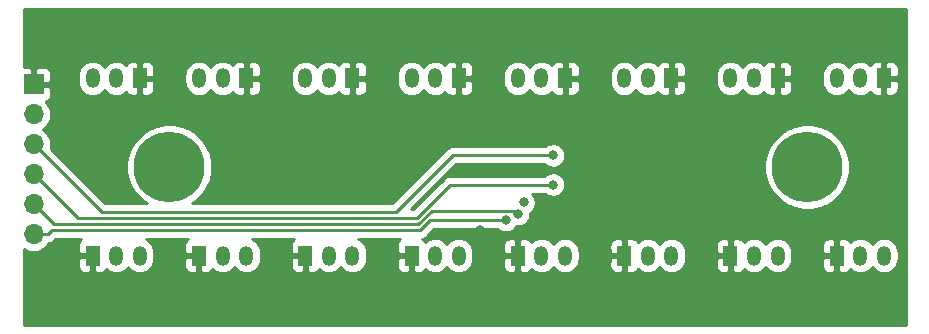
<source format=gbr>
G04 #@! TF.GenerationSoftware,KiCad,Pcbnew,(5.1.2)-1*
G04 #@! TF.CreationDate,2020-06-07T14:36:20+02:00*
G04 #@! TF.ProjectId,sensor-board,73656e73-6f72-42d6-926f-6172642e6b69,rev?*
G04 #@! TF.SameCoordinates,Original*
G04 #@! TF.FileFunction,Copper,L2,Bot*
G04 #@! TF.FilePolarity,Positive*
%FSLAX46Y46*%
G04 Gerber Fmt 4.6, Leading zero omitted, Abs format (unit mm)*
G04 Created by KiCad (PCBNEW (5.1.2)-1) date 2020-06-07 14:36:20*
%MOMM*%
%LPD*%
G04 APERTURE LIST*
%ADD10O,1.700000X1.700000*%
%ADD11R,1.700000X1.700000*%
%ADD12R,1.200000X1.700000*%
%ADD13O,1.200000X1.700000*%
%ADD14C,6.000000*%
%ADD15C,0.800000*%
%ADD16C,0.250000*%
%ADD17C,0.254000*%
G04 APERTURE END LIST*
D10*
X78000000Y-94700000D03*
X78000000Y-92160000D03*
X78000000Y-89620000D03*
X78000000Y-87080000D03*
X78000000Y-84540000D03*
D11*
X78000000Y-82000000D03*
D12*
X87000000Y-81500000D03*
D13*
X85000000Y-81500000D03*
X83000000Y-81500000D03*
D14*
X143500000Y-89000000D03*
D15*
X145750000Y-89000000D03*
X145090990Y-90590990D03*
X143500000Y-91250000D03*
X141909010Y-90590990D03*
X141250000Y-89000000D03*
X141909010Y-87409010D03*
X143500000Y-86750000D03*
X145090990Y-87409010D03*
D14*
X89500000Y-89000000D03*
D15*
X91750000Y-89000000D03*
X91090990Y-90590990D03*
X89500000Y-91250000D03*
X87909010Y-90590990D03*
X87250000Y-89000000D03*
X87909010Y-87409010D03*
X89500000Y-86750000D03*
X91090990Y-87409010D03*
D12*
X110000000Y-96500000D03*
D13*
X112000000Y-96500000D03*
X114000000Y-96500000D03*
D12*
X101000000Y-96500000D03*
D13*
X103000000Y-96500000D03*
X105000000Y-96500000D03*
D12*
X92000000Y-96500000D03*
D13*
X94000000Y-96500000D03*
X96000000Y-96500000D03*
D12*
X83000000Y-96500000D03*
D13*
X85000000Y-96500000D03*
X87000000Y-96500000D03*
D12*
X96000000Y-81500000D03*
D13*
X94000000Y-81500000D03*
X92000000Y-81500000D03*
D12*
X105000000Y-81500000D03*
D13*
X103000000Y-81500000D03*
X101000000Y-81500000D03*
D12*
X114000000Y-81500000D03*
D13*
X112000000Y-81500000D03*
X110000000Y-81500000D03*
D12*
X123000000Y-81500000D03*
D13*
X121000000Y-81500000D03*
X119000000Y-81500000D03*
D12*
X132000000Y-81500000D03*
D13*
X130000000Y-81500000D03*
X128000000Y-81500000D03*
D12*
X141000000Y-81500000D03*
D13*
X139000000Y-81500000D03*
X137000000Y-81500000D03*
D12*
X150000000Y-81500000D03*
D13*
X148000000Y-81500000D03*
X146000000Y-81500000D03*
D12*
X146000000Y-96500000D03*
D13*
X148000000Y-96500000D03*
X150000000Y-96500000D03*
D12*
X137000000Y-96500000D03*
D13*
X139000000Y-96500000D03*
X141000000Y-96500000D03*
D12*
X128000000Y-96500000D03*
D13*
X130000000Y-96500000D03*
X132000000Y-96500000D03*
D12*
X119000000Y-96500000D03*
D13*
X121000000Y-96500000D03*
X123000000Y-96500000D03*
D15*
X115823992Y-94361000D03*
X119500000Y-92000000D03*
X119000000Y-93000000D03*
X122000000Y-90500000D03*
X118000000Y-93500000D03*
X121987347Y-88012653D03*
D16*
X78849999Y-93009999D02*
X78000000Y-92160000D01*
X79693000Y-93853000D02*
X78849999Y-93009999D01*
X110579009Y-93853000D02*
X79693000Y-93853000D01*
X111722009Y-92710000D02*
X110579009Y-93853000D01*
X119000000Y-93000000D02*
X118710000Y-92710000D01*
X118710000Y-92710000D02*
X111722009Y-92710000D01*
X110450599Y-93345000D02*
X81725000Y-93345000D01*
X81725000Y-93345000D02*
X78849999Y-90469999D01*
X122000000Y-90500000D02*
X113295599Y-90500000D01*
X78849999Y-90469999D02*
X78000000Y-89620000D01*
X113295599Y-90500000D02*
X110450599Y-93345000D01*
X79202081Y-94700000D02*
X78000000Y-94700000D01*
X79541081Y-94361000D02*
X79202081Y-94700000D01*
X110744000Y-94361000D02*
X79541081Y-94361000D01*
X118000000Y-93500000D02*
X111605000Y-93500000D01*
X111605000Y-93500000D02*
X110744000Y-94361000D01*
X83769970Y-92849970D02*
X78000000Y-87080000D01*
X108650030Y-92849970D02*
X83769970Y-92849970D01*
X121987347Y-88012653D02*
X113487347Y-88012653D01*
X113487347Y-88012653D02*
X108650030Y-92849970D01*
D17*
G36*
X151840001Y-102340000D02*
G01*
X77160000Y-102340000D01*
X77160000Y-97350000D01*
X81761928Y-97350000D01*
X81774188Y-97474482D01*
X81810498Y-97594180D01*
X81869463Y-97704494D01*
X81948815Y-97801185D01*
X82045506Y-97880537D01*
X82155820Y-97939502D01*
X82275518Y-97975812D01*
X82400000Y-97988072D01*
X82714250Y-97985000D01*
X82873000Y-97826250D01*
X82873000Y-96627000D01*
X81923750Y-96627000D01*
X81765000Y-96785750D01*
X81761928Y-97350000D01*
X77160000Y-97350000D01*
X77160000Y-95931690D01*
X77170986Y-95940706D01*
X77428966Y-96078599D01*
X77708889Y-96163513D01*
X77927050Y-96185000D01*
X78072950Y-96185000D01*
X78291111Y-96163513D01*
X78571034Y-96078599D01*
X78829014Y-95940706D01*
X79055134Y-95755134D01*
X79240706Y-95529014D01*
X79279716Y-95456031D01*
X79351067Y-95449003D01*
X79494328Y-95405546D01*
X79626357Y-95334974D01*
X79742082Y-95240001D01*
X79765884Y-95210998D01*
X79855882Y-95121000D01*
X82043633Y-95121000D01*
X81948815Y-95198815D01*
X81869463Y-95295506D01*
X81810498Y-95405820D01*
X81774188Y-95525518D01*
X81761928Y-95650000D01*
X81765000Y-96214250D01*
X81923750Y-96373000D01*
X82873000Y-96373000D01*
X82873000Y-96353000D01*
X83127000Y-96353000D01*
X83127000Y-96373000D01*
X83147000Y-96373000D01*
X83147000Y-96627000D01*
X83127000Y-96627000D01*
X83127000Y-97826250D01*
X83285750Y-97985000D01*
X83600000Y-97988072D01*
X83724482Y-97975812D01*
X83844180Y-97939502D01*
X83954494Y-97880537D01*
X84051185Y-97801185D01*
X84130537Y-97704494D01*
X84156692Y-97655563D01*
X84310552Y-97781833D01*
X84525100Y-97896511D01*
X84757899Y-97967130D01*
X85000000Y-97990975D01*
X85242102Y-97967130D01*
X85474901Y-97896511D01*
X85689449Y-97781833D01*
X85877502Y-97627502D01*
X86000000Y-97478237D01*
X86122499Y-97627502D01*
X86310552Y-97781833D01*
X86525100Y-97896511D01*
X86757899Y-97967130D01*
X87000000Y-97990975D01*
X87242102Y-97967130D01*
X87474901Y-97896511D01*
X87689449Y-97781833D01*
X87877502Y-97627502D01*
X88031833Y-97439449D01*
X88079644Y-97350000D01*
X90761928Y-97350000D01*
X90774188Y-97474482D01*
X90810498Y-97594180D01*
X90869463Y-97704494D01*
X90948815Y-97801185D01*
X91045506Y-97880537D01*
X91155820Y-97939502D01*
X91275518Y-97975812D01*
X91400000Y-97988072D01*
X91714250Y-97985000D01*
X91873000Y-97826250D01*
X91873000Y-96627000D01*
X90923750Y-96627000D01*
X90765000Y-96785750D01*
X90761928Y-97350000D01*
X88079644Y-97350000D01*
X88146511Y-97224900D01*
X88217130Y-96992101D01*
X88235000Y-96810664D01*
X88235000Y-96189335D01*
X88217130Y-96007898D01*
X88146511Y-95775099D01*
X88031833Y-95560551D01*
X87877502Y-95372498D01*
X87689448Y-95218167D01*
X87507661Y-95121000D01*
X91043633Y-95121000D01*
X90948815Y-95198815D01*
X90869463Y-95295506D01*
X90810498Y-95405820D01*
X90774188Y-95525518D01*
X90761928Y-95650000D01*
X90765000Y-96214250D01*
X90923750Y-96373000D01*
X91873000Y-96373000D01*
X91873000Y-96353000D01*
X92127000Y-96353000D01*
X92127000Y-96373000D01*
X92147000Y-96373000D01*
X92147000Y-96627000D01*
X92127000Y-96627000D01*
X92127000Y-97826250D01*
X92285750Y-97985000D01*
X92600000Y-97988072D01*
X92724482Y-97975812D01*
X92844180Y-97939502D01*
X92954494Y-97880537D01*
X93051185Y-97801185D01*
X93130537Y-97704494D01*
X93156692Y-97655563D01*
X93310552Y-97781833D01*
X93525100Y-97896511D01*
X93757899Y-97967130D01*
X94000000Y-97990975D01*
X94242102Y-97967130D01*
X94474901Y-97896511D01*
X94689449Y-97781833D01*
X94877502Y-97627502D01*
X95000000Y-97478237D01*
X95122499Y-97627502D01*
X95310552Y-97781833D01*
X95525100Y-97896511D01*
X95757899Y-97967130D01*
X96000000Y-97990975D01*
X96242102Y-97967130D01*
X96474901Y-97896511D01*
X96689449Y-97781833D01*
X96877502Y-97627502D01*
X97031833Y-97439449D01*
X97079644Y-97350000D01*
X99761928Y-97350000D01*
X99774188Y-97474482D01*
X99810498Y-97594180D01*
X99869463Y-97704494D01*
X99948815Y-97801185D01*
X100045506Y-97880537D01*
X100155820Y-97939502D01*
X100275518Y-97975812D01*
X100400000Y-97988072D01*
X100714250Y-97985000D01*
X100873000Y-97826250D01*
X100873000Y-96627000D01*
X99923750Y-96627000D01*
X99765000Y-96785750D01*
X99761928Y-97350000D01*
X97079644Y-97350000D01*
X97146511Y-97224900D01*
X97217130Y-96992101D01*
X97235000Y-96810664D01*
X97235000Y-96189335D01*
X97217130Y-96007898D01*
X97146511Y-95775099D01*
X97031833Y-95560551D01*
X96877502Y-95372498D01*
X96689448Y-95218167D01*
X96507661Y-95121000D01*
X100043633Y-95121000D01*
X99948815Y-95198815D01*
X99869463Y-95295506D01*
X99810498Y-95405820D01*
X99774188Y-95525518D01*
X99761928Y-95650000D01*
X99765000Y-96214250D01*
X99923750Y-96373000D01*
X100873000Y-96373000D01*
X100873000Y-96353000D01*
X101127000Y-96353000D01*
X101127000Y-96373000D01*
X101147000Y-96373000D01*
X101147000Y-96627000D01*
X101127000Y-96627000D01*
X101127000Y-97826250D01*
X101285750Y-97985000D01*
X101600000Y-97988072D01*
X101724482Y-97975812D01*
X101844180Y-97939502D01*
X101954494Y-97880537D01*
X102051185Y-97801185D01*
X102130537Y-97704494D01*
X102156692Y-97655563D01*
X102310552Y-97781833D01*
X102525100Y-97896511D01*
X102757899Y-97967130D01*
X103000000Y-97990975D01*
X103242102Y-97967130D01*
X103474901Y-97896511D01*
X103689449Y-97781833D01*
X103877502Y-97627502D01*
X104000000Y-97478237D01*
X104122499Y-97627502D01*
X104310552Y-97781833D01*
X104525100Y-97896511D01*
X104757899Y-97967130D01*
X105000000Y-97990975D01*
X105242102Y-97967130D01*
X105474901Y-97896511D01*
X105689449Y-97781833D01*
X105877502Y-97627502D01*
X106031833Y-97439449D01*
X106079644Y-97350000D01*
X108761928Y-97350000D01*
X108774188Y-97474482D01*
X108810498Y-97594180D01*
X108869463Y-97704494D01*
X108948815Y-97801185D01*
X109045506Y-97880537D01*
X109155820Y-97939502D01*
X109275518Y-97975812D01*
X109400000Y-97988072D01*
X109714250Y-97985000D01*
X109873000Y-97826250D01*
X109873000Y-96627000D01*
X108923750Y-96627000D01*
X108765000Y-96785750D01*
X108761928Y-97350000D01*
X106079644Y-97350000D01*
X106146511Y-97224900D01*
X106217130Y-96992101D01*
X106235000Y-96810664D01*
X106235000Y-96189335D01*
X106217130Y-96007898D01*
X106146511Y-95775099D01*
X106031833Y-95560551D01*
X105877502Y-95372498D01*
X105689448Y-95218167D01*
X105507661Y-95121000D01*
X109043633Y-95121000D01*
X108948815Y-95198815D01*
X108869463Y-95295506D01*
X108810498Y-95405820D01*
X108774188Y-95525518D01*
X108761928Y-95650000D01*
X108765000Y-96214250D01*
X108923750Y-96373000D01*
X109873000Y-96373000D01*
X109873000Y-96353000D01*
X110127000Y-96353000D01*
X110127000Y-96373000D01*
X110147000Y-96373000D01*
X110147000Y-96627000D01*
X110127000Y-96627000D01*
X110127000Y-97826250D01*
X110285750Y-97985000D01*
X110600000Y-97988072D01*
X110724482Y-97975812D01*
X110844180Y-97939502D01*
X110954494Y-97880537D01*
X111051185Y-97801185D01*
X111130537Y-97704494D01*
X111156692Y-97655563D01*
X111310552Y-97781833D01*
X111525100Y-97896511D01*
X111757899Y-97967130D01*
X112000000Y-97990975D01*
X112242102Y-97967130D01*
X112474901Y-97896511D01*
X112689449Y-97781833D01*
X112877502Y-97627502D01*
X113000000Y-97478237D01*
X113122499Y-97627502D01*
X113310552Y-97781833D01*
X113525100Y-97896511D01*
X113757899Y-97967130D01*
X114000000Y-97990975D01*
X114242102Y-97967130D01*
X114474901Y-97896511D01*
X114689449Y-97781833D01*
X114877502Y-97627502D01*
X115031833Y-97439449D01*
X115079644Y-97350000D01*
X117761928Y-97350000D01*
X117774188Y-97474482D01*
X117810498Y-97594180D01*
X117869463Y-97704494D01*
X117948815Y-97801185D01*
X118045506Y-97880537D01*
X118155820Y-97939502D01*
X118275518Y-97975812D01*
X118400000Y-97988072D01*
X118714250Y-97985000D01*
X118873000Y-97826250D01*
X118873000Y-96627000D01*
X117923750Y-96627000D01*
X117765000Y-96785750D01*
X117761928Y-97350000D01*
X115079644Y-97350000D01*
X115146511Y-97224900D01*
X115217130Y-96992101D01*
X115235000Y-96810664D01*
X115235000Y-96189335D01*
X115217130Y-96007898D01*
X115146511Y-95775099D01*
X115079645Y-95650000D01*
X117761928Y-95650000D01*
X117765000Y-96214250D01*
X117923750Y-96373000D01*
X118873000Y-96373000D01*
X118873000Y-95173750D01*
X119127000Y-95173750D01*
X119127000Y-96373000D01*
X119147000Y-96373000D01*
X119147000Y-96627000D01*
X119127000Y-96627000D01*
X119127000Y-97826250D01*
X119285750Y-97985000D01*
X119600000Y-97988072D01*
X119724482Y-97975812D01*
X119844180Y-97939502D01*
X119954494Y-97880537D01*
X120051185Y-97801185D01*
X120130537Y-97704494D01*
X120156692Y-97655563D01*
X120310552Y-97781833D01*
X120525100Y-97896511D01*
X120757899Y-97967130D01*
X121000000Y-97990975D01*
X121242102Y-97967130D01*
X121474901Y-97896511D01*
X121689449Y-97781833D01*
X121877502Y-97627502D01*
X122000000Y-97478237D01*
X122122499Y-97627502D01*
X122310552Y-97781833D01*
X122525100Y-97896511D01*
X122757899Y-97967130D01*
X123000000Y-97990975D01*
X123242102Y-97967130D01*
X123474901Y-97896511D01*
X123689449Y-97781833D01*
X123877502Y-97627502D01*
X124031833Y-97439449D01*
X124079644Y-97350000D01*
X126761928Y-97350000D01*
X126774188Y-97474482D01*
X126810498Y-97594180D01*
X126869463Y-97704494D01*
X126948815Y-97801185D01*
X127045506Y-97880537D01*
X127155820Y-97939502D01*
X127275518Y-97975812D01*
X127400000Y-97988072D01*
X127714250Y-97985000D01*
X127873000Y-97826250D01*
X127873000Y-96627000D01*
X126923750Y-96627000D01*
X126765000Y-96785750D01*
X126761928Y-97350000D01*
X124079644Y-97350000D01*
X124146511Y-97224900D01*
X124217130Y-96992101D01*
X124235000Y-96810664D01*
X124235000Y-96189335D01*
X124217130Y-96007898D01*
X124146511Y-95775099D01*
X124079645Y-95650000D01*
X126761928Y-95650000D01*
X126765000Y-96214250D01*
X126923750Y-96373000D01*
X127873000Y-96373000D01*
X127873000Y-95173750D01*
X128127000Y-95173750D01*
X128127000Y-96373000D01*
X128147000Y-96373000D01*
X128147000Y-96627000D01*
X128127000Y-96627000D01*
X128127000Y-97826250D01*
X128285750Y-97985000D01*
X128600000Y-97988072D01*
X128724482Y-97975812D01*
X128844180Y-97939502D01*
X128954494Y-97880537D01*
X129051185Y-97801185D01*
X129130537Y-97704494D01*
X129156692Y-97655563D01*
X129310552Y-97781833D01*
X129525100Y-97896511D01*
X129757899Y-97967130D01*
X130000000Y-97990975D01*
X130242102Y-97967130D01*
X130474901Y-97896511D01*
X130689449Y-97781833D01*
X130877502Y-97627502D01*
X131000000Y-97478237D01*
X131122499Y-97627502D01*
X131310552Y-97781833D01*
X131525100Y-97896511D01*
X131757899Y-97967130D01*
X132000000Y-97990975D01*
X132242102Y-97967130D01*
X132474901Y-97896511D01*
X132689449Y-97781833D01*
X132877502Y-97627502D01*
X133031833Y-97439449D01*
X133079644Y-97350000D01*
X135761928Y-97350000D01*
X135774188Y-97474482D01*
X135810498Y-97594180D01*
X135869463Y-97704494D01*
X135948815Y-97801185D01*
X136045506Y-97880537D01*
X136155820Y-97939502D01*
X136275518Y-97975812D01*
X136400000Y-97988072D01*
X136714250Y-97985000D01*
X136873000Y-97826250D01*
X136873000Y-96627000D01*
X135923750Y-96627000D01*
X135765000Y-96785750D01*
X135761928Y-97350000D01*
X133079644Y-97350000D01*
X133146511Y-97224900D01*
X133217130Y-96992101D01*
X133235000Y-96810664D01*
X133235000Y-96189335D01*
X133217130Y-96007898D01*
X133146511Y-95775099D01*
X133079645Y-95650000D01*
X135761928Y-95650000D01*
X135765000Y-96214250D01*
X135923750Y-96373000D01*
X136873000Y-96373000D01*
X136873000Y-95173750D01*
X137127000Y-95173750D01*
X137127000Y-96373000D01*
X137147000Y-96373000D01*
X137147000Y-96627000D01*
X137127000Y-96627000D01*
X137127000Y-97826250D01*
X137285750Y-97985000D01*
X137600000Y-97988072D01*
X137724482Y-97975812D01*
X137844180Y-97939502D01*
X137954494Y-97880537D01*
X138051185Y-97801185D01*
X138130537Y-97704494D01*
X138156692Y-97655563D01*
X138310552Y-97781833D01*
X138525100Y-97896511D01*
X138757899Y-97967130D01*
X139000000Y-97990975D01*
X139242102Y-97967130D01*
X139474901Y-97896511D01*
X139689449Y-97781833D01*
X139877502Y-97627502D01*
X140000001Y-97478237D01*
X140122499Y-97627502D01*
X140310552Y-97781833D01*
X140525100Y-97896511D01*
X140757899Y-97967130D01*
X141000000Y-97990975D01*
X141242102Y-97967130D01*
X141474901Y-97896511D01*
X141689449Y-97781833D01*
X141877502Y-97627502D01*
X142031833Y-97439449D01*
X142079644Y-97350000D01*
X144761928Y-97350000D01*
X144774188Y-97474482D01*
X144810498Y-97594180D01*
X144869463Y-97704494D01*
X144948815Y-97801185D01*
X145045506Y-97880537D01*
X145155820Y-97939502D01*
X145275518Y-97975812D01*
X145400000Y-97988072D01*
X145714250Y-97985000D01*
X145873000Y-97826250D01*
X145873000Y-96627000D01*
X144923750Y-96627000D01*
X144765000Y-96785750D01*
X144761928Y-97350000D01*
X142079644Y-97350000D01*
X142146511Y-97224900D01*
X142217130Y-96992101D01*
X142235000Y-96810664D01*
X142235000Y-96189335D01*
X142217130Y-96007898D01*
X142146511Y-95775099D01*
X142079645Y-95650000D01*
X144761928Y-95650000D01*
X144765000Y-96214250D01*
X144923750Y-96373000D01*
X145873000Y-96373000D01*
X145873000Y-95173750D01*
X146127000Y-95173750D01*
X146127000Y-96373000D01*
X146147000Y-96373000D01*
X146147000Y-96627000D01*
X146127000Y-96627000D01*
X146127000Y-97826250D01*
X146285750Y-97985000D01*
X146600000Y-97988072D01*
X146724482Y-97975812D01*
X146844180Y-97939502D01*
X146954494Y-97880537D01*
X147051185Y-97801185D01*
X147130537Y-97704494D01*
X147156692Y-97655563D01*
X147310552Y-97781833D01*
X147525100Y-97896511D01*
X147757899Y-97967130D01*
X148000000Y-97990975D01*
X148242102Y-97967130D01*
X148474901Y-97896511D01*
X148689449Y-97781833D01*
X148877502Y-97627502D01*
X149000001Y-97478237D01*
X149122499Y-97627502D01*
X149310552Y-97781833D01*
X149525100Y-97896511D01*
X149757899Y-97967130D01*
X150000000Y-97990975D01*
X150242102Y-97967130D01*
X150474901Y-97896511D01*
X150689449Y-97781833D01*
X150877502Y-97627502D01*
X151031833Y-97439449D01*
X151146511Y-97224900D01*
X151217130Y-96992101D01*
X151235000Y-96810664D01*
X151235000Y-96189335D01*
X151217130Y-96007898D01*
X151146511Y-95775099D01*
X151031833Y-95560551D01*
X150877502Y-95372498D01*
X150689448Y-95218167D01*
X150474900Y-95103489D01*
X150242101Y-95032870D01*
X150000000Y-95009025D01*
X149757898Y-95032870D01*
X149525099Y-95103489D01*
X149310551Y-95218167D01*
X149122498Y-95372498D01*
X149000000Y-95521763D01*
X148877502Y-95372498D01*
X148689448Y-95218167D01*
X148474900Y-95103489D01*
X148242101Y-95032870D01*
X148000000Y-95009025D01*
X147757898Y-95032870D01*
X147525099Y-95103489D01*
X147310551Y-95218167D01*
X147156691Y-95344436D01*
X147130537Y-95295506D01*
X147051185Y-95198815D01*
X146954494Y-95119463D01*
X146844180Y-95060498D01*
X146724482Y-95024188D01*
X146600000Y-95011928D01*
X146285750Y-95015000D01*
X146127000Y-95173750D01*
X145873000Y-95173750D01*
X145714250Y-95015000D01*
X145400000Y-95011928D01*
X145275518Y-95024188D01*
X145155820Y-95060498D01*
X145045506Y-95119463D01*
X144948815Y-95198815D01*
X144869463Y-95295506D01*
X144810498Y-95405820D01*
X144774188Y-95525518D01*
X144761928Y-95650000D01*
X142079645Y-95650000D01*
X142031833Y-95560551D01*
X141877502Y-95372498D01*
X141689448Y-95218167D01*
X141474900Y-95103489D01*
X141242101Y-95032870D01*
X141000000Y-95009025D01*
X140757898Y-95032870D01*
X140525099Y-95103489D01*
X140310551Y-95218167D01*
X140122498Y-95372498D01*
X140000000Y-95521763D01*
X139877502Y-95372498D01*
X139689448Y-95218167D01*
X139474900Y-95103489D01*
X139242101Y-95032870D01*
X139000000Y-95009025D01*
X138757898Y-95032870D01*
X138525099Y-95103489D01*
X138310551Y-95218167D01*
X138156691Y-95344436D01*
X138130537Y-95295506D01*
X138051185Y-95198815D01*
X137954494Y-95119463D01*
X137844180Y-95060498D01*
X137724482Y-95024188D01*
X137600000Y-95011928D01*
X137285750Y-95015000D01*
X137127000Y-95173750D01*
X136873000Y-95173750D01*
X136714250Y-95015000D01*
X136400000Y-95011928D01*
X136275518Y-95024188D01*
X136155820Y-95060498D01*
X136045506Y-95119463D01*
X135948815Y-95198815D01*
X135869463Y-95295506D01*
X135810498Y-95405820D01*
X135774188Y-95525518D01*
X135761928Y-95650000D01*
X133079645Y-95650000D01*
X133031833Y-95560551D01*
X132877502Y-95372498D01*
X132689448Y-95218167D01*
X132474900Y-95103489D01*
X132242101Y-95032870D01*
X132000000Y-95009025D01*
X131757898Y-95032870D01*
X131525099Y-95103489D01*
X131310551Y-95218167D01*
X131122498Y-95372498D01*
X131000000Y-95521763D01*
X130877502Y-95372498D01*
X130689448Y-95218167D01*
X130474900Y-95103489D01*
X130242101Y-95032870D01*
X130000000Y-95009025D01*
X129757898Y-95032870D01*
X129525099Y-95103489D01*
X129310551Y-95218167D01*
X129156691Y-95344436D01*
X129130537Y-95295506D01*
X129051185Y-95198815D01*
X128954494Y-95119463D01*
X128844180Y-95060498D01*
X128724482Y-95024188D01*
X128600000Y-95011928D01*
X128285750Y-95015000D01*
X128127000Y-95173750D01*
X127873000Y-95173750D01*
X127714250Y-95015000D01*
X127400000Y-95011928D01*
X127275518Y-95024188D01*
X127155820Y-95060498D01*
X127045506Y-95119463D01*
X126948815Y-95198815D01*
X126869463Y-95295506D01*
X126810498Y-95405820D01*
X126774188Y-95525518D01*
X126761928Y-95650000D01*
X124079645Y-95650000D01*
X124031833Y-95560551D01*
X123877502Y-95372498D01*
X123689448Y-95218167D01*
X123474900Y-95103489D01*
X123242101Y-95032870D01*
X123000000Y-95009025D01*
X122757898Y-95032870D01*
X122525099Y-95103489D01*
X122310551Y-95218167D01*
X122122498Y-95372498D01*
X122000000Y-95521763D01*
X121877502Y-95372498D01*
X121689448Y-95218167D01*
X121474900Y-95103489D01*
X121242101Y-95032870D01*
X121000000Y-95009025D01*
X120757898Y-95032870D01*
X120525099Y-95103489D01*
X120310551Y-95218167D01*
X120156691Y-95344436D01*
X120130537Y-95295506D01*
X120051185Y-95198815D01*
X119954494Y-95119463D01*
X119844180Y-95060498D01*
X119724482Y-95024188D01*
X119600000Y-95011928D01*
X119285750Y-95015000D01*
X119127000Y-95173750D01*
X118873000Y-95173750D01*
X118714250Y-95015000D01*
X118400000Y-95011928D01*
X118275518Y-95024188D01*
X118155820Y-95060498D01*
X118045506Y-95119463D01*
X117948815Y-95198815D01*
X117869463Y-95295506D01*
X117810498Y-95405820D01*
X117774188Y-95525518D01*
X117761928Y-95650000D01*
X115079645Y-95650000D01*
X115031833Y-95560551D01*
X114877502Y-95372498D01*
X114689448Y-95218167D01*
X114474900Y-95103489D01*
X114242101Y-95032870D01*
X114000000Y-95009025D01*
X113757898Y-95032870D01*
X113525099Y-95103489D01*
X113310551Y-95218167D01*
X113122498Y-95372498D01*
X113000000Y-95521763D01*
X112877502Y-95372498D01*
X112689448Y-95218167D01*
X112474900Y-95103489D01*
X112242101Y-95032870D01*
X112000000Y-95009025D01*
X111757898Y-95032870D01*
X111525099Y-95103489D01*
X111310551Y-95218167D01*
X111156691Y-95344436D01*
X111130537Y-95295506D01*
X111051185Y-95198815D01*
X110954494Y-95119463D01*
X110920935Y-95101525D01*
X111036247Y-95066546D01*
X111168276Y-94995974D01*
X111284001Y-94901001D01*
X111307803Y-94871998D01*
X111919802Y-94260000D01*
X117296289Y-94260000D01*
X117340226Y-94303937D01*
X117509744Y-94417205D01*
X117698102Y-94495226D01*
X117898061Y-94535000D01*
X118101939Y-94535000D01*
X118301898Y-94495226D01*
X118490256Y-94417205D01*
X118659774Y-94303937D01*
X118803937Y-94159774D01*
X118888570Y-94033112D01*
X118898061Y-94035000D01*
X119101939Y-94035000D01*
X119301898Y-93995226D01*
X119490256Y-93917205D01*
X119659774Y-93803937D01*
X119803937Y-93659774D01*
X119917205Y-93490256D01*
X119995226Y-93301898D01*
X120035000Y-93101939D01*
X120035000Y-92898061D01*
X120033112Y-92888570D01*
X120159774Y-92803937D01*
X120303937Y-92659774D01*
X120417205Y-92490256D01*
X120495226Y-92301898D01*
X120535000Y-92101939D01*
X120535000Y-91898061D01*
X120495226Y-91698102D01*
X120417205Y-91509744D01*
X120303937Y-91340226D01*
X120223711Y-91260000D01*
X121296289Y-91260000D01*
X121340226Y-91303937D01*
X121509744Y-91417205D01*
X121698102Y-91495226D01*
X121898061Y-91535000D01*
X122101939Y-91535000D01*
X122301898Y-91495226D01*
X122490256Y-91417205D01*
X122659774Y-91303937D01*
X122803937Y-91159774D01*
X122917205Y-90990256D01*
X122995226Y-90801898D01*
X123035000Y-90601939D01*
X123035000Y-90398061D01*
X122995226Y-90198102D01*
X122917205Y-90009744D01*
X122803937Y-89840226D01*
X122659774Y-89696063D01*
X122490256Y-89582795D01*
X122301898Y-89504774D01*
X122101939Y-89465000D01*
X121898061Y-89465000D01*
X121698102Y-89504774D01*
X121509744Y-89582795D01*
X121340226Y-89696063D01*
X121296289Y-89740000D01*
X113332932Y-89740000D01*
X113295599Y-89736323D01*
X113258266Y-89740000D01*
X113146613Y-89750997D01*
X113003352Y-89794454D01*
X112871323Y-89865026D01*
X112755598Y-89959999D01*
X112731800Y-89988997D01*
X110135798Y-92585000D01*
X109989801Y-92585000D01*
X113802149Y-88772653D01*
X121283636Y-88772653D01*
X121327573Y-88816590D01*
X121497091Y-88929858D01*
X121685449Y-89007879D01*
X121885408Y-89047653D01*
X122089286Y-89047653D01*
X122289245Y-89007879D01*
X122477603Y-88929858D01*
X122647121Y-88816590D01*
X122791284Y-88672427D01*
X122811625Y-88641984D01*
X139865000Y-88641984D01*
X139865000Y-89358016D01*
X140004691Y-90060290D01*
X140278705Y-90721818D01*
X140676511Y-91317177D01*
X141182823Y-91823489D01*
X141778182Y-92221295D01*
X142439710Y-92495309D01*
X143141984Y-92635000D01*
X143858016Y-92635000D01*
X144560290Y-92495309D01*
X145221818Y-92221295D01*
X145817177Y-91823489D01*
X146323489Y-91317177D01*
X146721295Y-90721818D01*
X146995309Y-90060290D01*
X147135000Y-89358016D01*
X147135000Y-88641984D01*
X146995309Y-87939710D01*
X146721295Y-87278182D01*
X146323489Y-86682823D01*
X145817177Y-86176511D01*
X145221818Y-85778705D01*
X144560290Y-85504691D01*
X143858016Y-85365000D01*
X143141984Y-85365000D01*
X142439710Y-85504691D01*
X141778182Y-85778705D01*
X141182823Y-86176511D01*
X140676511Y-86682823D01*
X140278705Y-87278182D01*
X140004691Y-87939710D01*
X139865000Y-88641984D01*
X122811625Y-88641984D01*
X122904552Y-88502909D01*
X122982573Y-88314551D01*
X123022347Y-88114592D01*
X123022347Y-87910714D01*
X122982573Y-87710755D01*
X122904552Y-87522397D01*
X122791284Y-87352879D01*
X122647121Y-87208716D01*
X122477603Y-87095448D01*
X122289245Y-87017427D01*
X122089286Y-86977653D01*
X121885408Y-86977653D01*
X121685449Y-87017427D01*
X121497091Y-87095448D01*
X121327573Y-87208716D01*
X121283636Y-87252653D01*
X113524669Y-87252653D01*
X113487346Y-87248977D01*
X113450023Y-87252653D01*
X113450014Y-87252653D01*
X113338361Y-87263650D01*
X113195100Y-87307107D01*
X113063071Y-87377679D01*
X112947346Y-87472652D01*
X112923548Y-87501650D01*
X108335229Y-92089970D01*
X91418360Y-92089970D01*
X91817177Y-91823489D01*
X92323489Y-91317177D01*
X92721295Y-90721818D01*
X92995309Y-90060290D01*
X93135000Y-89358016D01*
X93135000Y-88641984D01*
X92995309Y-87939710D01*
X92721295Y-87278182D01*
X92323489Y-86682823D01*
X91817177Y-86176511D01*
X91221818Y-85778705D01*
X90560290Y-85504691D01*
X89858016Y-85365000D01*
X89141984Y-85365000D01*
X88439710Y-85504691D01*
X87778182Y-85778705D01*
X87182823Y-86176511D01*
X86676511Y-86682823D01*
X86278705Y-87278182D01*
X86004691Y-87939710D01*
X85865000Y-88641984D01*
X85865000Y-89358016D01*
X86004691Y-90060290D01*
X86278705Y-90721818D01*
X86676511Y-91317177D01*
X87182823Y-91823489D01*
X87581640Y-92089970D01*
X84084772Y-92089970D01*
X79440797Y-87445996D01*
X79463513Y-87371111D01*
X79492185Y-87080000D01*
X79463513Y-86788889D01*
X79378599Y-86508966D01*
X79240706Y-86250986D01*
X79055134Y-86024866D01*
X78829014Y-85839294D01*
X78774209Y-85810000D01*
X78829014Y-85780706D01*
X79055134Y-85595134D01*
X79240706Y-85369014D01*
X79378599Y-85111034D01*
X79463513Y-84831111D01*
X79492185Y-84540000D01*
X79463513Y-84248889D01*
X79378599Y-83968966D01*
X79240706Y-83710986D01*
X79055134Y-83484866D01*
X79025313Y-83460393D01*
X79094180Y-83439502D01*
X79204494Y-83380537D01*
X79301185Y-83301185D01*
X79380537Y-83204494D01*
X79439502Y-83094180D01*
X79475812Y-82974482D01*
X79488072Y-82850000D01*
X79485000Y-82285750D01*
X79326250Y-82127000D01*
X78127000Y-82127000D01*
X78127000Y-82147000D01*
X77873000Y-82147000D01*
X77873000Y-82127000D01*
X77853000Y-82127000D01*
X77853000Y-81873000D01*
X77873000Y-81873000D01*
X77873000Y-80673750D01*
X78127000Y-80673750D01*
X78127000Y-81873000D01*
X79326250Y-81873000D01*
X79485000Y-81714250D01*
X79487857Y-81189335D01*
X81765000Y-81189335D01*
X81765000Y-81810664D01*
X81782870Y-81992101D01*
X81853489Y-82224900D01*
X81968167Y-82439448D01*
X82122498Y-82627502D01*
X82310551Y-82781833D01*
X82525099Y-82896511D01*
X82757898Y-82967130D01*
X83000000Y-82990975D01*
X83242101Y-82967130D01*
X83474900Y-82896511D01*
X83689448Y-82781833D01*
X83877502Y-82627502D01*
X84000000Y-82478237D01*
X84122498Y-82627502D01*
X84310551Y-82781833D01*
X84525099Y-82896511D01*
X84757898Y-82967130D01*
X85000000Y-82990975D01*
X85242101Y-82967130D01*
X85474900Y-82896511D01*
X85689448Y-82781833D01*
X85843309Y-82655564D01*
X85869463Y-82704494D01*
X85948815Y-82801185D01*
X86045506Y-82880537D01*
X86155820Y-82939502D01*
X86275518Y-82975812D01*
X86400000Y-82988072D01*
X86714250Y-82985000D01*
X86873000Y-82826250D01*
X86873000Y-81627000D01*
X87127000Y-81627000D01*
X87127000Y-82826250D01*
X87285750Y-82985000D01*
X87600000Y-82988072D01*
X87724482Y-82975812D01*
X87844180Y-82939502D01*
X87954494Y-82880537D01*
X88051185Y-82801185D01*
X88130537Y-82704494D01*
X88189502Y-82594180D01*
X88225812Y-82474482D01*
X88238072Y-82350000D01*
X88235000Y-81785750D01*
X88076250Y-81627000D01*
X87127000Y-81627000D01*
X86873000Y-81627000D01*
X86853000Y-81627000D01*
X86853000Y-81373000D01*
X86873000Y-81373000D01*
X86873000Y-80173750D01*
X87127000Y-80173750D01*
X87127000Y-81373000D01*
X88076250Y-81373000D01*
X88235000Y-81214250D01*
X88235135Y-81189335D01*
X90765000Y-81189335D01*
X90765000Y-81810664D01*
X90782870Y-81992101D01*
X90853489Y-82224900D01*
X90968167Y-82439448D01*
X91122498Y-82627502D01*
X91310551Y-82781833D01*
X91525099Y-82896511D01*
X91757898Y-82967130D01*
X92000000Y-82990975D01*
X92242101Y-82967130D01*
X92474900Y-82896511D01*
X92689448Y-82781833D01*
X92877502Y-82627502D01*
X93000000Y-82478237D01*
X93122498Y-82627502D01*
X93310551Y-82781833D01*
X93525099Y-82896511D01*
X93757898Y-82967130D01*
X94000000Y-82990975D01*
X94242101Y-82967130D01*
X94474900Y-82896511D01*
X94689448Y-82781833D01*
X94843309Y-82655564D01*
X94869463Y-82704494D01*
X94948815Y-82801185D01*
X95045506Y-82880537D01*
X95155820Y-82939502D01*
X95275518Y-82975812D01*
X95400000Y-82988072D01*
X95714250Y-82985000D01*
X95873000Y-82826250D01*
X95873000Y-81627000D01*
X96127000Y-81627000D01*
X96127000Y-82826250D01*
X96285750Y-82985000D01*
X96600000Y-82988072D01*
X96724482Y-82975812D01*
X96844180Y-82939502D01*
X96954494Y-82880537D01*
X97051185Y-82801185D01*
X97130537Y-82704494D01*
X97189502Y-82594180D01*
X97225812Y-82474482D01*
X97238072Y-82350000D01*
X97235000Y-81785750D01*
X97076250Y-81627000D01*
X96127000Y-81627000D01*
X95873000Y-81627000D01*
X95853000Y-81627000D01*
X95853000Y-81373000D01*
X95873000Y-81373000D01*
X95873000Y-80173750D01*
X96127000Y-80173750D01*
X96127000Y-81373000D01*
X97076250Y-81373000D01*
X97235000Y-81214250D01*
X97235135Y-81189335D01*
X99765000Y-81189335D01*
X99765000Y-81810664D01*
X99782870Y-81992101D01*
X99853489Y-82224900D01*
X99968167Y-82439448D01*
X100122498Y-82627502D01*
X100310551Y-82781833D01*
X100525099Y-82896511D01*
X100757898Y-82967130D01*
X101000000Y-82990975D01*
X101242101Y-82967130D01*
X101474900Y-82896511D01*
X101689448Y-82781833D01*
X101877502Y-82627502D01*
X102000000Y-82478237D01*
X102122498Y-82627502D01*
X102310551Y-82781833D01*
X102525099Y-82896511D01*
X102757898Y-82967130D01*
X103000000Y-82990975D01*
X103242101Y-82967130D01*
X103474900Y-82896511D01*
X103689448Y-82781833D01*
X103843309Y-82655564D01*
X103869463Y-82704494D01*
X103948815Y-82801185D01*
X104045506Y-82880537D01*
X104155820Y-82939502D01*
X104275518Y-82975812D01*
X104400000Y-82988072D01*
X104714250Y-82985000D01*
X104873000Y-82826250D01*
X104873000Y-81627000D01*
X105127000Y-81627000D01*
X105127000Y-82826250D01*
X105285750Y-82985000D01*
X105600000Y-82988072D01*
X105724482Y-82975812D01*
X105844180Y-82939502D01*
X105954494Y-82880537D01*
X106051185Y-82801185D01*
X106130537Y-82704494D01*
X106189502Y-82594180D01*
X106225812Y-82474482D01*
X106238072Y-82350000D01*
X106235000Y-81785750D01*
X106076250Y-81627000D01*
X105127000Y-81627000D01*
X104873000Y-81627000D01*
X104853000Y-81627000D01*
X104853000Y-81373000D01*
X104873000Y-81373000D01*
X104873000Y-80173750D01*
X105127000Y-80173750D01*
X105127000Y-81373000D01*
X106076250Y-81373000D01*
X106235000Y-81214250D01*
X106235135Y-81189335D01*
X108765000Y-81189335D01*
X108765000Y-81810664D01*
X108782870Y-81992101D01*
X108853489Y-82224900D01*
X108968167Y-82439448D01*
X109122498Y-82627502D01*
X109310551Y-82781833D01*
X109525099Y-82896511D01*
X109757898Y-82967130D01*
X110000000Y-82990975D01*
X110242101Y-82967130D01*
X110474900Y-82896511D01*
X110689448Y-82781833D01*
X110877502Y-82627502D01*
X111000000Y-82478237D01*
X111122498Y-82627502D01*
X111310551Y-82781833D01*
X111525099Y-82896511D01*
X111757898Y-82967130D01*
X112000000Y-82990975D01*
X112242101Y-82967130D01*
X112474900Y-82896511D01*
X112689448Y-82781833D01*
X112843309Y-82655564D01*
X112869463Y-82704494D01*
X112948815Y-82801185D01*
X113045506Y-82880537D01*
X113155820Y-82939502D01*
X113275518Y-82975812D01*
X113400000Y-82988072D01*
X113714250Y-82985000D01*
X113873000Y-82826250D01*
X113873000Y-81627000D01*
X114127000Y-81627000D01*
X114127000Y-82826250D01*
X114285750Y-82985000D01*
X114600000Y-82988072D01*
X114724482Y-82975812D01*
X114844180Y-82939502D01*
X114954494Y-82880537D01*
X115051185Y-82801185D01*
X115130537Y-82704494D01*
X115189502Y-82594180D01*
X115225812Y-82474482D01*
X115238072Y-82350000D01*
X115235000Y-81785750D01*
X115076250Y-81627000D01*
X114127000Y-81627000D01*
X113873000Y-81627000D01*
X113853000Y-81627000D01*
X113853000Y-81373000D01*
X113873000Y-81373000D01*
X113873000Y-80173750D01*
X114127000Y-80173750D01*
X114127000Y-81373000D01*
X115076250Y-81373000D01*
X115235000Y-81214250D01*
X115235135Y-81189335D01*
X117765000Y-81189335D01*
X117765000Y-81810664D01*
X117782870Y-81992101D01*
X117853489Y-82224900D01*
X117968167Y-82439448D01*
X118122498Y-82627502D01*
X118310551Y-82781833D01*
X118525099Y-82896511D01*
X118757898Y-82967130D01*
X119000000Y-82990975D01*
X119242101Y-82967130D01*
X119474900Y-82896511D01*
X119689448Y-82781833D01*
X119877502Y-82627502D01*
X120000000Y-82478237D01*
X120122498Y-82627502D01*
X120310551Y-82781833D01*
X120525099Y-82896511D01*
X120757898Y-82967130D01*
X121000000Y-82990975D01*
X121242101Y-82967130D01*
X121474900Y-82896511D01*
X121689448Y-82781833D01*
X121843309Y-82655564D01*
X121869463Y-82704494D01*
X121948815Y-82801185D01*
X122045506Y-82880537D01*
X122155820Y-82939502D01*
X122275518Y-82975812D01*
X122400000Y-82988072D01*
X122714250Y-82985000D01*
X122873000Y-82826250D01*
X122873000Y-81627000D01*
X123127000Y-81627000D01*
X123127000Y-82826250D01*
X123285750Y-82985000D01*
X123600000Y-82988072D01*
X123724482Y-82975812D01*
X123844180Y-82939502D01*
X123954494Y-82880537D01*
X124051185Y-82801185D01*
X124130537Y-82704494D01*
X124189502Y-82594180D01*
X124225812Y-82474482D01*
X124238072Y-82350000D01*
X124235000Y-81785750D01*
X124076250Y-81627000D01*
X123127000Y-81627000D01*
X122873000Y-81627000D01*
X122853000Y-81627000D01*
X122853000Y-81373000D01*
X122873000Y-81373000D01*
X122873000Y-80173750D01*
X123127000Y-80173750D01*
X123127000Y-81373000D01*
X124076250Y-81373000D01*
X124235000Y-81214250D01*
X124235135Y-81189335D01*
X126765000Y-81189335D01*
X126765000Y-81810664D01*
X126782870Y-81992101D01*
X126853489Y-82224900D01*
X126968167Y-82439448D01*
X127122498Y-82627502D01*
X127310551Y-82781833D01*
X127525099Y-82896511D01*
X127757898Y-82967130D01*
X128000000Y-82990975D01*
X128242101Y-82967130D01*
X128474900Y-82896511D01*
X128689448Y-82781833D01*
X128877502Y-82627502D01*
X129000000Y-82478237D01*
X129122498Y-82627502D01*
X129310551Y-82781833D01*
X129525099Y-82896511D01*
X129757898Y-82967130D01*
X130000000Y-82990975D01*
X130242101Y-82967130D01*
X130474900Y-82896511D01*
X130689448Y-82781833D01*
X130843309Y-82655564D01*
X130869463Y-82704494D01*
X130948815Y-82801185D01*
X131045506Y-82880537D01*
X131155820Y-82939502D01*
X131275518Y-82975812D01*
X131400000Y-82988072D01*
X131714250Y-82985000D01*
X131873000Y-82826250D01*
X131873000Y-81627000D01*
X132127000Y-81627000D01*
X132127000Y-82826250D01*
X132285750Y-82985000D01*
X132600000Y-82988072D01*
X132724482Y-82975812D01*
X132844180Y-82939502D01*
X132954494Y-82880537D01*
X133051185Y-82801185D01*
X133130537Y-82704494D01*
X133189502Y-82594180D01*
X133225812Y-82474482D01*
X133238072Y-82350000D01*
X133235000Y-81785750D01*
X133076250Y-81627000D01*
X132127000Y-81627000D01*
X131873000Y-81627000D01*
X131853000Y-81627000D01*
X131853000Y-81373000D01*
X131873000Y-81373000D01*
X131873000Y-80173750D01*
X132127000Y-80173750D01*
X132127000Y-81373000D01*
X133076250Y-81373000D01*
X133235000Y-81214250D01*
X133235135Y-81189335D01*
X135765000Y-81189335D01*
X135765000Y-81810664D01*
X135782870Y-81992101D01*
X135853489Y-82224900D01*
X135968167Y-82439448D01*
X136122498Y-82627502D01*
X136310551Y-82781833D01*
X136525099Y-82896511D01*
X136757898Y-82967130D01*
X137000000Y-82990975D01*
X137242101Y-82967130D01*
X137474900Y-82896511D01*
X137689448Y-82781833D01*
X137877502Y-82627502D01*
X138000000Y-82478237D01*
X138122498Y-82627502D01*
X138310551Y-82781833D01*
X138525099Y-82896511D01*
X138757898Y-82967130D01*
X139000000Y-82990975D01*
X139242101Y-82967130D01*
X139474900Y-82896511D01*
X139689448Y-82781833D01*
X139843309Y-82655564D01*
X139869463Y-82704494D01*
X139948815Y-82801185D01*
X140045506Y-82880537D01*
X140155820Y-82939502D01*
X140275518Y-82975812D01*
X140400000Y-82988072D01*
X140714250Y-82985000D01*
X140873000Y-82826250D01*
X140873000Y-81627000D01*
X141127000Y-81627000D01*
X141127000Y-82826250D01*
X141285750Y-82985000D01*
X141600000Y-82988072D01*
X141724482Y-82975812D01*
X141844180Y-82939502D01*
X141954494Y-82880537D01*
X142051185Y-82801185D01*
X142130537Y-82704494D01*
X142189502Y-82594180D01*
X142225812Y-82474482D01*
X142238072Y-82350000D01*
X142235000Y-81785750D01*
X142076250Y-81627000D01*
X141127000Y-81627000D01*
X140873000Y-81627000D01*
X140853000Y-81627000D01*
X140853000Y-81373000D01*
X140873000Y-81373000D01*
X140873000Y-80173750D01*
X141127000Y-80173750D01*
X141127000Y-81373000D01*
X142076250Y-81373000D01*
X142235000Y-81214250D01*
X142235135Y-81189335D01*
X144765000Y-81189335D01*
X144765000Y-81810664D01*
X144782870Y-81992101D01*
X144853489Y-82224900D01*
X144968167Y-82439448D01*
X145122498Y-82627502D01*
X145310551Y-82781833D01*
X145525099Y-82896511D01*
X145757898Y-82967130D01*
X146000000Y-82990975D01*
X146242101Y-82967130D01*
X146474900Y-82896511D01*
X146689448Y-82781833D01*
X146877502Y-82627502D01*
X147000000Y-82478237D01*
X147122498Y-82627502D01*
X147310551Y-82781833D01*
X147525099Y-82896511D01*
X147757898Y-82967130D01*
X148000000Y-82990975D01*
X148242101Y-82967130D01*
X148474900Y-82896511D01*
X148689448Y-82781833D01*
X148843309Y-82655564D01*
X148869463Y-82704494D01*
X148948815Y-82801185D01*
X149045506Y-82880537D01*
X149155820Y-82939502D01*
X149275518Y-82975812D01*
X149400000Y-82988072D01*
X149714250Y-82985000D01*
X149873000Y-82826250D01*
X149873000Y-81627000D01*
X150127000Y-81627000D01*
X150127000Y-82826250D01*
X150285750Y-82985000D01*
X150600000Y-82988072D01*
X150724482Y-82975812D01*
X150844180Y-82939502D01*
X150954494Y-82880537D01*
X151051185Y-82801185D01*
X151130537Y-82704494D01*
X151189502Y-82594180D01*
X151225812Y-82474482D01*
X151238072Y-82350000D01*
X151235000Y-81785750D01*
X151076250Y-81627000D01*
X150127000Y-81627000D01*
X149873000Y-81627000D01*
X149853000Y-81627000D01*
X149853000Y-81373000D01*
X149873000Y-81373000D01*
X149873000Y-80173750D01*
X150127000Y-80173750D01*
X150127000Y-81373000D01*
X151076250Y-81373000D01*
X151235000Y-81214250D01*
X151238072Y-80650000D01*
X151225812Y-80525518D01*
X151189502Y-80405820D01*
X151130537Y-80295506D01*
X151051185Y-80198815D01*
X150954494Y-80119463D01*
X150844180Y-80060498D01*
X150724482Y-80024188D01*
X150600000Y-80011928D01*
X150285750Y-80015000D01*
X150127000Y-80173750D01*
X149873000Y-80173750D01*
X149714250Y-80015000D01*
X149400000Y-80011928D01*
X149275518Y-80024188D01*
X149155820Y-80060498D01*
X149045506Y-80119463D01*
X148948815Y-80198815D01*
X148869463Y-80295506D01*
X148843309Y-80344436D01*
X148689449Y-80218167D01*
X148474901Y-80103489D01*
X148242102Y-80032870D01*
X148000000Y-80009025D01*
X147757899Y-80032870D01*
X147525100Y-80103489D01*
X147310552Y-80218167D01*
X147122499Y-80372498D01*
X147000001Y-80521763D01*
X146877502Y-80372498D01*
X146689449Y-80218167D01*
X146474901Y-80103489D01*
X146242102Y-80032870D01*
X146000000Y-80009025D01*
X145757899Y-80032870D01*
X145525100Y-80103489D01*
X145310552Y-80218167D01*
X145122499Y-80372498D01*
X144968168Y-80560551D01*
X144853489Y-80775099D01*
X144782870Y-81007898D01*
X144765000Y-81189335D01*
X142235135Y-81189335D01*
X142238072Y-80650000D01*
X142225812Y-80525518D01*
X142189502Y-80405820D01*
X142130537Y-80295506D01*
X142051185Y-80198815D01*
X141954494Y-80119463D01*
X141844180Y-80060498D01*
X141724482Y-80024188D01*
X141600000Y-80011928D01*
X141285750Y-80015000D01*
X141127000Y-80173750D01*
X140873000Y-80173750D01*
X140714250Y-80015000D01*
X140400000Y-80011928D01*
X140275518Y-80024188D01*
X140155820Y-80060498D01*
X140045506Y-80119463D01*
X139948815Y-80198815D01*
X139869463Y-80295506D01*
X139843309Y-80344436D01*
X139689449Y-80218167D01*
X139474901Y-80103489D01*
X139242102Y-80032870D01*
X139000000Y-80009025D01*
X138757899Y-80032870D01*
X138525100Y-80103489D01*
X138310552Y-80218167D01*
X138122499Y-80372498D01*
X138000001Y-80521763D01*
X137877502Y-80372498D01*
X137689449Y-80218167D01*
X137474901Y-80103489D01*
X137242102Y-80032870D01*
X137000000Y-80009025D01*
X136757899Y-80032870D01*
X136525100Y-80103489D01*
X136310552Y-80218167D01*
X136122499Y-80372498D01*
X135968168Y-80560551D01*
X135853489Y-80775099D01*
X135782870Y-81007898D01*
X135765000Y-81189335D01*
X133235135Y-81189335D01*
X133238072Y-80650000D01*
X133225812Y-80525518D01*
X133189502Y-80405820D01*
X133130537Y-80295506D01*
X133051185Y-80198815D01*
X132954494Y-80119463D01*
X132844180Y-80060498D01*
X132724482Y-80024188D01*
X132600000Y-80011928D01*
X132285750Y-80015000D01*
X132127000Y-80173750D01*
X131873000Y-80173750D01*
X131714250Y-80015000D01*
X131400000Y-80011928D01*
X131275518Y-80024188D01*
X131155820Y-80060498D01*
X131045506Y-80119463D01*
X130948815Y-80198815D01*
X130869463Y-80295506D01*
X130843309Y-80344436D01*
X130689449Y-80218167D01*
X130474901Y-80103489D01*
X130242102Y-80032870D01*
X130000000Y-80009025D01*
X129757899Y-80032870D01*
X129525100Y-80103489D01*
X129310552Y-80218167D01*
X129122499Y-80372498D01*
X129000000Y-80521763D01*
X128877502Y-80372498D01*
X128689449Y-80218167D01*
X128474901Y-80103489D01*
X128242102Y-80032870D01*
X128000000Y-80009025D01*
X127757899Y-80032870D01*
X127525100Y-80103489D01*
X127310552Y-80218167D01*
X127122499Y-80372498D01*
X126968168Y-80560551D01*
X126853489Y-80775099D01*
X126782870Y-81007898D01*
X126765000Y-81189335D01*
X124235135Y-81189335D01*
X124238072Y-80650000D01*
X124225812Y-80525518D01*
X124189502Y-80405820D01*
X124130537Y-80295506D01*
X124051185Y-80198815D01*
X123954494Y-80119463D01*
X123844180Y-80060498D01*
X123724482Y-80024188D01*
X123600000Y-80011928D01*
X123285750Y-80015000D01*
X123127000Y-80173750D01*
X122873000Y-80173750D01*
X122714250Y-80015000D01*
X122400000Y-80011928D01*
X122275518Y-80024188D01*
X122155820Y-80060498D01*
X122045506Y-80119463D01*
X121948815Y-80198815D01*
X121869463Y-80295506D01*
X121843309Y-80344436D01*
X121689449Y-80218167D01*
X121474901Y-80103489D01*
X121242102Y-80032870D01*
X121000000Y-80009025D01*
X120757899Y-80032870D01*
X120525100Y-80103489D01*
X120310552Y-80218167D01*
X120122499Y-80372498D01*
X120000000Y-80521763D01*
X119877502Y-80372498D01*
X119689449Y-80218167D01*
X119474901Y-80103489D01*
X119242102Y-80032870D01*
X119000000Y-80009025D01*
X118757899Y-80032870D01*
X118525100Y-80103489D01*
X118310552Y-80218167D01*
X118122499Y-80372498D01*
X117968168Y-80560551D01*
X117853489Y-80775099D01*
X117782870Y-81007898D01*
X117765000Y-81189335D01*
X115235135Y-81189335D01*
X115238072Y-80650000D01*
X115225812Y-80525518D01*
X115189502Y-80405820D01*
X115130537Y-80295506D01*
X115051185Y-80198815D01*
X114954494Y-80119463D01*
X114844180Y-80060498D01*
X114724482Y-80024188D01*
X114600000Y-80011928D01*
X114285750Y-80015000D01*
X114127000Y-80173750D01*
X113873000Y-80173750D01*
X113714250Y-80015000D01*
X113400000Y-80011928D01*
X113275518Y-80024188D01*
X113155820Y-80060498D01*
X113045506Y-80119463D01*
X112948815Y-80198815D01*
X112869463Y-80295506D01*
X112843309Y-80344436D01*
X112689449Y-80218167D01*
X112474901Y-80103489D01*
X112242102Y-80032870D01*
X112000000Y-80009025D01*
X111757899Y-80032870D01*
X111525100Y-80103489D01*
X111310552Y-80218167D01*
X111122499Y-80372498D01*
X111000000Y-80521763D01*
X110877502Y-80372498D01*
X110689449Y-80218167D01*
X110474901Y-80103489D01*
X110242102Y-80032870D01*
X110000000Y-80009025D01*
X109757899Y-80032870D01*
X109525100Y-80103489D01*
X109310552Y-80218167D01*
X109122499Y-80372498D01*
X108968168Y-80560551D01*
X108853489Y-80775099D01*
X108782870Y-81007898D01*
X108765000Y-81189335D01*
X106235135Y-81189335D01*
X106238072Y-80650000D01*
X106225812Y-80525518D01*
X106189502Y-80405820D01*
X106130537Y-80295506D01*
X106051185Y-80198815D01*
X105954494Y-80119463D01*
X105844180Y-80060498D01*
X105724482Y-80024188D01*
X105600000Y-80011928D01*
X105285750Y-80015000D01*
X105127000Y-80173750D01*
X104873000Y-80173750D01*
X104714250Y-80015000D01*
X104400000Y-80011928D01*
X104275518Y-80024188D01*
X104155820Y-80060498D01*
X104045506Y-80119463D01*
X103948815Y-80198815D01*
X103869463Y-80295506D01*
X103843309Y-80344436D01*
X103689449Y-80218167D01*
X103474901Y-80103489D01*
X103242102Y-80032870D01*
X103000000Y-80009025D01*
X102757899Y-80032870D01*
X102525100Y-80103489D01*
X102310552Y-80218167D01*
X102122499Y-80372498D01*
X102000000Y-80521763D01*
X101877502Y-80372498D01*
X101689449Y-80218167D01*
X101474901Y-80103489D01*
X101242102Y-80032870D01*
X101000000Y-80009025D01*
X100757899Y-80032870D01*
X100525100Y-80103489D01*
X100310552Y-80218167D01*
X100122499Y-80372498D01*
X99968168Y-80560551D01*
X99853489Y-80775099D01*
X99782870Y-81007898D01*
X99765000Y-81189335D01*
X97235135Y-81189335D01*
X97238072Y-80650000D01*
X97225812Y-80525518D01*
X97189502Y-80405820D01*
X97130537Y-80295506D01*
X97051185Y-80198815D01*
X96954494Y-80119463D01*
X96844180Y-80060498D01*
X96724482Y-80024188D01*
X96600000Y-80011928D01*
X96285750Y-80015000D01*
X96127000Y-80173750D01*
X95873000Y-80173750D01*
X95714250Y-80015000D01*
X95400000Y-80011928D01*
X95275518Y-80024188D01*
X95155820Y-80060498D01*
X95045506Y-80119463D01*
X94948815Y-80198815D01*
X94869463Y-80295506D01*
X94843309Y-80344436D01*
X94689449Y-80218167D01*
X94474901Y-80103489D01*
X94242102Y-80032870D01*
X94000000Y-80009025D01*
X93757899Y-80032870D01*
X93525100Y-80103489D01*
X93310552Y-80218167D01*
X93122499Y-80372498D01*
X93000000Y-80521763D01*
X92877502Y-80372498D01*
X92689449Y-80218167D01*
X92474901Y-80103489D01*
X92242102Y-80032870D01*
X92000000Y-80009025D01*
X91757899Y-80032870D01*
X91525100Y-80103489D01*
X91310552Y-80218167D01*
X91122499Y-80372498D01*
X90968168Y-80560551D01*
X90853489Y-80775099D01*
X90782870Y-81007898D01*
X90765000Y-81189335D01*
X88235135Y-81189335D01*
X88238072Y-80650000D01*
X88225812Y-80525518D01*
X88189502Y-80405820D01*
X88130537Y-80295506D01*
X88051185Y-80198815D01*
X87954494Y-80119463D01*
X87844180Y-80060498D01*
X87724482Y-80024188D01*
X87600000Y-80011928D01*
X87285750Y-80015000D01*
X87127000Y-80173750D01*
X86873000Y-80173750D01*
X86714250Y-80015000D01*
X86400000Y-80011928D01*
X86275518Y-80024188D01*
X86155820Y-80060498D01*
X86045506Y-80119463D01*
X85948815Y-80198815D01*
X85869463Y-80295506D01*
X85843309Y-80344436D01*
X85689449Y-80218167D01*
X85474901Y-80103489D01*
X85242102Y-80032870D01*
X85000000Y-80009025D01*
X84757899Y-80032870D01*
X84525100Y-80103489D01*
X84310552Y-80218167D01*
X84122499Y-80372498D01*
X84000000Y-80521763D01*
X83877502Y-80372498D01*
X83689449Y-80218167D01*
X83474901Y-80103489D01*
X83242102Y-80032870D01*
X83000000Y-80009025D01*
X82757899Y-80032870D01*
X82525100Y-80103489D01*
X82310552Y-80218167D01*
X82122499Y-80372498D01*
X81968168Y-80560551D01*
X81853489Y-80775099D01*
X81782870Y-81007898D01*
X81765000Y-81189335D01*
X79487857Y-81189335D01*
X79488072Y-81150000D01*
X79475812Y-81025518D01*
X79439502Y-80905820D01*
X79380537Y-80795506D01*
X79301185Y-80698815D01*
X79204494Y-80619463D01*
X79094180Y-80560498D01*
X78974482Y-80524188D01*
X78850000Y-80511928D01*
X78285750Y-80515000D01*
X78127000Y-80673750D01*
X77873000Y-80673750D01*
X77714250Y-80515000D01*
X77160000Y-80511982D01*
X77160000Y-75660000D01*
X151840000Y-75660000D01*
X151840001Y-102340000D01*
X151840001Y-102340000D01*
G37*
X151840001Y-102340000D02*
X77160000Y-102340000D01*
X77160000Y-97350000D01*
X81761928Y-97350000D01*
X81774188Y-97474482D01*
X81810498Y-97594180D01*
X81869463Y-97704494D01*
X81948815Y-97801185D01*
X82045506Y-97880537D01*
X82155820Y-97939502D01*
X82275518Y-97975812D01*
X82400000Y-97988072D01*
X82714250Y-97985000D01*
X82873000Y-97826250D01*
X82873000Y-96627000D01*
X81923750Y-96627000D01*
X81765000Y-96785750D01*
X81761928Y-97350000D01*
X77160000Y-97350000D01*
X77160000Y-95931690D01*
X77170986Y-95940706D01*
X77428966Y-96078599D01*
X77708889Y-96163513D01*
X77927050Y-96185000D01*
X78072950Y-96185000D01*
X78291111Y-96163513D01*
X78571034Y-96078599D01*
X78829014Y-95940706D01*
X79055134Y-95755134D01*
X79240706Y-95529014D01*
X79279716Y-95456031D01*
X79351067Y-95449003D01*
X79494328Y-95405546D01*
X79626357Y-95334974D01*
X79742082Y-95240001D01*
X79765884Y-95210998D01*
X79855882Y-95121000D01*
X82043633Y-95121000D01*
X81948815Y-95198815D01*
X81869463Y-95295506D01*
X81810498Y-95405820D01*
X81774188Y-95525518D01*
X81761928Y-95650000D01*
X81765000Y-96214250D01*
X81923750Y-96373000D01*
X82873000Y-96373000D01*
X82873000Y-96353000D01*
X83127000Y-96353000D01*
X83127000Y-96373000D01*
X83147000Y-96373000D01*
X83147000Y-96627000D01*
X83127000Y-96627000D01*
X83127000Y-97826250D01*
X83285750Y-97985000D01*
X83600000Y-97988072D01*
X83724482Y-97975812D01*
X83844180Y-97939502D01*
X83954494Y-97880537D01*
X84051185Y-97801185D01*
X84130537Y-97704494D01*
X84156692Y-97655563D01*
X84310552Y-97781833D01*
X84525100Y-97896511D01*
X84757899Y-97967130D01*
X85000000Y-97990975D01*
X85242102Y-97967130D01*
X85474901Y-97896511D01*
X85689449Y-97781833D01*
X85877502Y-97627502D01*
X86000000Y-97478237D01*
X86122499Y-97627502D01*
X86310552Y-97781833D01*
X86525100Y-97896511D01*
X86757899Y-97967130D01*
X87000000Y-97990975D01*
X87242102Y-97967130D01*
X87474901Y-97896511D01*
X87689449Y-97781833D01*
X87877502Y-97627502D01*
X88031833Y-97439449D01*
X88079644Y-97350000D01*
X90761928Y-97350000D01*
X90774188Y-97474482D01*
X90810498Y-97594180D01*
X90869463Y-97704494D01*
X90948815Y-97801185D01*
X91045506Y-97880537D01*
X91155820Y-97939502D01*
X91275518Y-97975812D01*
X91400000Y-97988072D01*
X91714250Y-97985000D01*
X91873000Y-97826250D01*
X91873000Y-96627000D01*
X90923750Y-96627000D01*
X90765000Y-96785750D01*
X90761928Y-97350000D01*
X88079644Y-97350000D01*
X88146511Y-97224900D01*
X88217130Y-96992101D01*
X88235000Y-96810664D01*
X88235000Y-96189335D01*
X88217130Y-96007898D01*
X88146511Y-95775099D01*
X88031833Y-95560551D01*
X87877502Y-95372498D01*
X87689448Y-95218167D01*
X87507661Y-95121000D01*
X91043633Y-95121000D01*
X90948815Y-95198815D01*
X90869463Y-95295506D01*
X90810498Y-95405820D01*
X90774188Y-95525518D01*
X90761928Y-95650000D01*
X90765000Y-96214250D01*
X90923750Y-96373000D01*
X91873000Y-96373000D01*
X91873000Y-96353000D01*
X92127000Y-96353000D01*
X92127000Y-96373000D01*
X92147000Y-96373000D01*
X92147000Y-96627000D01*
X92127000Y-96627000D01*
X92127000Y-97826250D01*
X92285750Y-97985000D01*
X92600000Y-97988072D01*
X92724482Y-97975812D01*
X92844180Y-97939502D01*
X92954494Y-97880537D01*
X93051185Y-97801185D01*
X93130537Y-97704494D01*
X93156692Y-97655563D01*
X93310552Y-97781833D01*
X93525100Y-97896511D01*
X93757899Y-97967130D01*
X94000000Y-97990975D01*
X94242102Y-97967130D01*
X94474901Y-97896511D01*
X94689449Y-97781833D01*
X94877502Y-97627502D01*
X95000000Y-97478237D01*
X95122499Y-97627502D01*
X95310552Y-97781833D01*
X95525100Y-97896511D01*
X95757899Y-97967130D01*
X96000000Y-97990975D01*
X96242102Y-97967130D01*
X96474901Y-97896511D01*
X96689449Y-97781833D01*
X96877502Y-97627502D01*
X97031833Y-97439449D01*
X97079644Y-97350000D01*
X99761928Y-97350000D01*
X99774188Y-97474482D01*
X99810498Y-97594180D01*
X99869463Y-97704494D01*
X99948815Y-97801185D01*
X100045506Y-97880537D01*
X100155820Y-97939502D01*
X100275518Y-97975812D01*
X100400000Y-97988072D01*
X100714250Y-97985000D01*
X100873000Y-97826250D01*
X100873000Y-96627000D01*
X99923750Y-96627000D01*
X99765000Y-96785750D01*
X99761928Y-97350000D01*
X97079644Y-97350000D01*
X97146511Y-97224900D01*
X97217130Y-96992101D01*
X97235000Y-96810664D01*
X97235000Y-96189335D01*
X97217130Y-96007898D01*
X97146511Y-95775099D01*
X97031833Y-95560551D01*
X96877502Y-95372498D01*
X96689448Y-95218167D01*
X96507661Y-95121000D01*
X100043633Y-95121000D01*
X99948815Y-95198815D01*
X99869463Y-95295506D01*
X99810498Y-95405820D01*
X99774188Y-95525518D01*
X99761928Y-95650000D01*
X99765000Y-96214250D01*
X99923750Y-96373000D01*
X100873000Y-96373000D01*
X100873000Y-96353000D01*
X101127000Y-96353000D01*
X101127000Y-96373000D01*
X101147000Y-96373000D01*
X101147000Y-96627000D01*
X101127000Y-96627000D01*
X101127000Y-97826250D01*
X101285750Y-97985000D01*
X101600000Y-97988072D01*
X101724482Y-97975812D01*
X101844180Y-97939502D01*
X101954494Y-97880537D01*
X102051185Y-97801185D01*
X102130537Y-97704494D01*
X102156692Y-97655563D01*
X102310552Y-97781833D01*
X102525100Y-97896511D01*
X102757899Y-97967130D01*
X103000000Y-97990975D01*
X103242102Y-97967130D01*
X103474901Y-97896511D01*
X103689449Y-97781833D01*
X103877502Y-97627502D01*
X104000000Y-97478237D01*
X104122499Y-97627502D01*
X104310552Y-97781833D01*
X104525100Y-97896511D01*
X104757899Y-97967130D01*
X105000000Y-97990975D01*
X105242102Y-97967130D01*
X105474901Y-97896511D01*
X105689449Y-97781833D01*
X105877502Y-97627502D01*
X106031833Y-97439449D01*
X106079644Y-97350000D01*
X108761928Y-97350000D01*
X108774188Y-97474482D01*
X108810498Y-97594180D01*
X108869463Y-97704494D01*
X108948815Y-97801185D01*
X109045506Y-97880537D01*
X109155820Y-97939502D01*
X109275518Y-97975812D01*
X109400000Y-97988072D01*
X109714250Y-97985000D01*
X109873000Y-97826250D01*
X109873000Y-96627000D01*
X108923750Y-96627000D01*
X108765000Y-96785750D01*
X108761928Y-97350000D01*
X106079644Y-97350000D01*
X106146511Y-97224900D01*
X106217130Y-96992101D01*
X106235000Y-96810664D01*
X106235000Y-96189335D01*
X106217130Y-96007898D01*
X106146511Y-95775099D01*
X106031833Y-95560551D01*
X105877502Y-95372498D01*
X105689448Y-95218167D01*
X105507661Y-95121000D01*
X109043633Y-95121000D01*
X108948815Y-95198815D01*
X108869463Y-95295506D01*
X108810498Y-95405820D01*
X108774188Y-95525518D01*
X108761928Y-95650000D01*
X108765000Y-96214250D01*
X108923750Y-96373000D01*
X109873000Y-96373000D01*
X109873000Y-96353000D01*
X110127000Y-96353000D01*
X110127000Y-96373000D01*
X110147000Y-96373000D01*
X110147000Y-96627000D01*
X110127000Y-96627000D01*
X110127000Y-97826250D01*
X110285750Y-97985000D01*
X110600000Y-97988072D01*
X110724482Y-97975812D01*
X110844180Y-97939502D01*
X110954494Y-97880537D01*
X111051185Y-97801185D01*
X111130537Y-97704494D01*
X111156692Y-97655563D01*
X111310552Y-97781833D01*
X111525100Y-97896511D01*
X111757899Y-97967130D01*
X112000000Y-97990975D01*
X112242102Y-97967130D01*
X112474901Y-97896511D01*
X112689449Y-97781833D01*
X112877502Y-97627502D01*
X113000000Y-97478237D01*
X113122499Y-97627502D01*
X113310552Y-97781833D01*
X113525100Y-97896511D01*
X113757899Y-97967130D01*
X114000000Y-97990975D01*
X114242102Y-97967130D01*
X114474901Y-97896511D01*
X114689449Y-97781833D01*
X114877502Y-97627502D01*
X115031833Y-97439449D01*
X115079644Y-97350000D01*
X117761928Y-97350000D01*
X117774188Y-97474482D01*
X117810498Y-97594180D01*
X117869463Y-97704494D01*
X117948815Y-97801185D01*
X118045506Y-97880537D01*
X118155820Y-97939502D01*
X118275518Y-97975812D01*
X118400000Y-97988072D01*
X118714250Y-97985000D01*
X118873000Y-97826250D01*
X118873000Y-96627000D01*
X117923750Y-96627000D01*
X117765000Y-96785750D01*
X117761928Y-97350000D01*
X115079644Y-97350000D01*
X115146511Y-97224900D01*
X115217130Y-96992101D01*
X115235000Y-96810664D01*
X115235000Y-96189335D01*
X115217130Y-96007898D01*
X115146511Y-95775099D01*
X115079645Y-95650000D01*
X117761928Y-95650000D01*
X117765000Y-96214250D01*
X117923750Y-96373000D01*
X118873000Y-96373000D01*
X118873000Y-95173750D01*
X119127000Y-95173750D01*
X119127000Y-96373000D01*
X119147000Y-96373000D01*
X119147000Y-96627000D01*
X119127000Y-96627000D01*
X119127000Y-97826250D01*
X119285750Y-97985000D01*
X119600000Y-97988072D01*
X119724482Y-97975812D01*
X119844180Y-97939502D01*
X119954494Y-97880537D01*
X120051185Y-97801185D01*
X120130537Y-97704494D01*
X120156692Y-97655563D01*
X120310552Y-97781833D01*
X120525100Y-97896511D01*
X120757899Y-97967130D01*
X121000000Y-97990975D01*
X121242102Y-97967130D01*
X121474901Y-97896511D01*
X121689449Y-97781833D01*
X121877502Y-97627502D01*
X122000000Y-97478237D01*
X122122499Y-97627502D01*
X122310552Y-97781833D01*
X122525100Y-97896511D01*
X122757899Y-97967130D01*
X123000000Y-97990975D01*
X123242102Y-97967130D01*
X123474901Y-97896511D01*
X123689449Y-97781833D01*
X123877502Y-97627502D01*
X124031833Y-97439449D01*
X124079644Y-97350000D01*
X126761928Y-97350000D01*
X126774188Y-97474482D01*
X126810498Y-97594180D01*
X126869463Y-97704494D01*
X126948815Y-97801185D01*
X127045506Y-97880537D01*
X127155820Y-97939502D01*
X127275518Y-97975812D01*
X127400000Y-97988072D01*
X127714250Y-97985000D01*
X127873000Y-97826250D01*
X127873000Y-96627000D01*
X126923750Y-96627000D01*
X126765000Y-96785750D01*
X126761928Y-97350000D01*
X124079644Y-97350000D01*
X124146511Y-97224900D01*
X124217130Y-96992101D01*
X124235000Y-96810664D01*
X124235000Y-96189335D01*
X124217130Y-96007898D01*
X124146511Y-95775099D01*
X124079645Y-95650000D01*
X126761928Y-95650000D01*
X126765000Y-96214250D01*
X126923750Y-96373000D01*
X127873000Y-96373000D01*
X127873000Y-95173750D01*
X128127000Y-95173750D01*
X128127000Y-96373000D01*
X128147000Y-96373000D01*
X128147000Y-96627000D01*
X128127000Y-96627000D01*
X128127000Y-97826250D01*
X128285750Y-97985000D01*
X128600000Y-97988072D01*
X128724482Y-97975812D01*
X128844180Y-97939502D01*
X128954494Y-97880537D01*
X129051185Y-97801185D01*
X129130537Y-97704494D01*
X129156692Y-97655563D01*
X129310552Y-97781833D01*
X129525100Y-97896511D01*
X129757899Y-97967130D01*
X130000000Y-97990975D01*
X130242102Y-97967130D01*
X130474901Y-97896511D01*
X130689449Y-97781833D01*
X130877502Y-97627502D01*
X131000000Y-97478237D01*
X131122499Y-97627502D01*
X131310552Y-97781833D01*
X131525100Y-97896511D01*
X131757899Y-97967130D01*
X132000000Y-97990975D01*
X132242102Y-97967130D01*
X132474901Y-97896511D01*
X132689449Y-97781833D01*
X132877502Y-97627502D01*
X133031833Y-97439449D01*
X133079644Y-97350000D01*
X135761928Y-97350000D01*
X135774188Y-97474482D01*
X135810498Y-97594180D01*
X135869463Y-97704494D01*
X135948815Y-97801185D01*
X136045506Y-97880537D01*
X136155820Y-97939502D01*
X136275518Y-97975812D01*
X136400000Y-97988072D01*
X136714250Y-97985000D01*
X136873000Y-97826250D01*
X136873000Y-96627000D01*
X135923750Y-96627000D01*
X135765000Y-96785750D01*
X135761928Y-97350000D01*
X133079644Y-97350000D01*
X133146511Y-97224900D01*
X133217130Y-96992101D01*
X133235000Y-96810664D01*
X133235000Y-96189335D01*
X133217130Y-96007898D01*
X133146511Y-95775099D01*
X133079645Y-95650000D01*
X135761928Y-95650000D01*
X135765000Y-96214250D01*
X135923750Y-96373000D01*
X136873000Y-96373000D01*
X136873000Y-95173750D01*
X137127000Y-95173750D01*
X137127000Y-96373000D01*
X137147000Y-96373000D01*
X137147000Y-96627000D01*
X137127000Y-96627000D01*
X137127000Y-97826250D01*
X137285750Y-97985000D01*
X137600000Y-97988072D01*
X137724482Y-97975812D01*
X137844180Y-97939502D01*
X137954494Y-97880537D01*
X138051185Y-97801185D01*
X138130537Y-97704494D01*
X138156692Y-97655563D01*
X138310552Y-97781833D01*
X138525100Y-97896511D01*
X138757899Y-97967130D01*
X139000000Y-97990975D01*
X139242102Y-97967130D01*
X139474901Y-97896511D01*
X139689449Y-97781833D01*
X139877502Y-97627502D01*
X140000001Y-97478237D01*
X140122499Y-97627502D01*
X140310552Y-97781833D01*
X140525100Y-97896511D01*
X140757899Y-97967130D01*
X141000000Y-97990975D01*
X141242102Y-97967130D01*
X141474901Y-97896511D01*
X141689449Y-97781833D01*
X141877502Y-97627502D01*
X142031833Y-97439449D01*
X142079644Y-97350000D01*
X144761928Y-97350000D01*
X144774188Y-97474482D01*
X144810498Y-97594180D01*
X144869463Y-97704494D01*
X144948815Y-97801185D01*
X145045506Y-97880537D01*
X145155820Y-97939502D01*
X145275518Y-97975812D01*
X145400000Y-97988072D01*
X145714250Y-97985000D01*
X145873000Y-97826250D01*
X145873000Y-96627000D01*
X144923750Y-96627000D01*
X144765000Y-96785750D01*
X144761928Y-97350000D01*
X142079644Y-97350000D01*
X142146511Y-97224900D01*
X142217130Y-96992101D01*
X142235000Y-96810664D01*
X142235000Y-96189335D01*
X142217130Y-96007898D01*
X142146511Y-95775099D01*
X142079645Y-95650000D01*
X144761928Y-95650000D01*
X144765000Y-96214250D01*
X144923750Y-96373000D01*
X145873000Y-96373000D01*
X145873000Y-95173750D01*
X146127000Y-95173750D01*
X146127000Y-96373000D01*
X146147000Y-96373000D01*
X146147000Y-96627000D01*
X146127000Y-96627000D01*
X146127000Y-97826250D01*
X146285750Y-97985000D01*
X146600000Y-97988072D01*
X146724482Y-97975812D01*
X146844180Y-97939502D01*
X146954494Y-97880537D01*
X147051185Y-97801185D01*
X147130537Y-97704494D01*
X147156692Y-97655563D01*
X147310552Y-97781833D01*
X147525100Y-97896511D01*
X147757899Y-97967130D01*
X148000000Y-97990975D01*
X148242102Y-97967130D01*
X148474901Y-97896511D01*
X148689449Y-97781833D01*
X148877502Y-97627502D01*
X149000001Y-97478237D01*
X149122499Y-97627502D01*
X149310552Y-97781833D01*
X149525100Y-97896511D01*
X149757899Y-97967130D01*
X150000000Y-97990975D01*
X150242102Y-97967130D01*
X150474901Y-97896511D01*
X150689449Y-97781833D01*
X150877502Y-97627502D01*
X151031833Y-97439449D01*
X151146511Y-97224900D01*
X151217130Y-96992101D01*
X151235000Y-96810664D01*
X151235000Y-96189335D01*
X151217130Y-96007898D01*
X151146511Y-95775099D01*
X151031833Y-95560551D01*
X150877502Y-95372498D01*
X150689448Y-95218167D01*
X150474900Y-95103489D01*
X150242101Y-95032870D01*
X150000000Y-95009025D01*
X149757898Y-95032870D01*
X149525099Y-95103489D01*
X149310551Y-95218167D01*
X149122498Y-95372498D01*
X149000000Y-95521763D01*
X148877502Y-95372498D01*
X148689448Y-95218167D01*
X148474900Y-95103489D01*
X148242101Y-95032870D01*
X148000000Y-95009025D01*
X147757898Y-95032870D01*
X147525099Y-95103489D01*
X147310551Y-95218167D01*
X147156691Y-95344436D01*
X147130537Y-95295506D01*
X147051185Y-95198815D01*
X146954494Y-95119463D01*
X146844180Y-95060498D01*
X146724482Y-95024188D01*
X146600000Y-95011928D01*
X146285750Y-95015000D01*
X146127000Y-95173750D01*
X145873000Y-95173750D01*
X145714250Y-95015000D01*
X145400000Y-95011928D01*
X145275518Y-95024188D01*
X145155820Y-95060498D01*
X145045506Y-95119463D01*
X144948815Y-95198815D01*
X144869463Y-95295506D01*
X144810498Y-95405820D01*
X144774188Y-95525518D01*
X144761928Y-95650000D01*
X142079645Y-95650000D01*
X142031833Y-95560551D01*
X141877502Y-95372498D01*
X141689448Y-95218167D01*
X141474900Y-95103489D01*
X141242101Y-95032870D01*
X141000000Y-95009025D01*
X140757898Y-95032870D01*
X140525099Y-95103489D01*
X140310551Y-95218167D01*
X140122498Y-95372498D01*
X140000000Y-95521763D01*
X139877502Y-95372498D01*
X139689448Y-95218167D01*
X139474900Y-95103489D01*
X139242101Y-95032870D01*
X139000000Y-95009025D01*
X138757898Y-95032870D01*
X138525099Y-95103489D01*
X138310551Y-95218167D01*
X138156691Y-95344436D01*
X138130537Y-95295506D01*
X138051185Y-95198815D01*
X137954494Y-95119463D01*
X137844180Y-95060498D01*
X137724482Y-95024188D01*
X137600000Y-95011928D01*
X137285750Y-95015000D01*
X137127000Y-95173750D01*
X136873000Y-95173750D01*
X136714250Y-95015000D01*
X136400000Y-95011928D01*
X136275518Y-95024188D01*
X136155820Y-95060498D01*
X136045506Y-95119463D01*
X135948815Y-95198815D01*
X135869463Y-95295506D01*
X135810498Y-95405820D01*
X135774188Y-95525518D01*
X135761928Y-95650000D01*
X133079645Y-95650000D01*
X133031833Y-95560551D01*
X132877502Y-95372498D01*
X132689448Y-95218167D01*
X132474900Y-95103489D01*
X132242101Y-95032870D01*
X132000000Y-95009025D01*
X131757898Y-95032870D01*
X131525099Y-95103489D01*
X131310551Y-95218167D01*
X131122498Y-95372498D01*
X131000000Y-95521763D01*
X130877502Y-95372498D01*
X130689448Y-95218167D01*
X130474900Y-95103489D01*
X130242101Y-95032870D01*
X130000000Y-95009025D01*
X129757898Y-95032870D01*
X129525099Y-95103489D01*
X129310551Y-95218167D01*
X129156691Y-95344436D01*
X129130537Y-95295506D01*
X129051185Y-95198815D01*
X128954494Y-95119463D01*
X128844180Y-95060498D01*
X128724482Y-95024188D01*
X128600000Y-95011928D01*
X128285750Y-95015000D01*
X128127000Y-95173750D01*
X127873000Y-95173750D01*
X127714250Y-95015000D01*
X127400000Y-95011928D01*
X127275518Y-95024188D01*
X127155820Y-95060498D01*
X127045506Y-95119463D01*
X126948815Y-95198815D01*
X126869463Y-95295506D01*
X126810498Y-95405820D01*
X126774188Y-95525518D01*
X126761928Y-95650000D01*
X124079645Y-95650000D01*
X124031833Y-95560551D01*
X123877502Y-95372498D01*
X123689448Y-95218167D01*
X123474900Y-95103489D01*
X123242101Y-95032870D01*
X123000000Y-95009025D01*
X122757898Y-95032870D01*
X122525099Y-95103489D01*
X122310551Y-95218167D01*
X122122498Y-95372498D01*
X122000000Y-95521763D01*
X121877502Y-95372498D01*
X121689448Y-95218167D01*
X121474900Y-95103489D01*
X121242101Y-95032870D01*
X121000000Y-95009025D01*
X120757898Y-95032870D01*
X120525099Y-95103489D01*
X120310551Y-95218167D01*
X120156691Y-95344436D01*
X120130537Y-95295506D01*
X120051185Y-95198815D01*
X119954494Y-95119463D01*
X119844180Y-95060498D01*
X119724482Y-95024188D01*
X119600000Y-95011928D01*
X119285750Y-95015000D01*
X119127000Y-95173750D01*
X118873000Y-95173750D01*
X118714250Y-95015000D01*
X118400000Y-95011928D01*
X118275518Y-95024188D01*
X118155820Y-95060498D01*
X118045506Y-95119463D01*
X117948815Y-95198815D01*
X117869463Y-95295506D01*
X117810498Y-95405820D01*
X117774188Y-95525518D01*
X117761928Y-95650000D01*
X115079645Y-95650000D01*
X115031833Y-95560551D01*
X114877502Y-95372498D01*
X114689448Y-95218167D01*
X114474900Y-95103489D01*
X114242101Y-95032870D01*
X114000000Y-95009025D01*
X113757898Y-95032870D01*
X113525099Y-95103489D01*
X113310551Y-95218167D01*
X113122498Y-95372498D01*
X113000000Y-95521763D01*
X112877502Y-95372498D01*
X112689448Y-95218167D01*
X112474900Y-95103489D01*
X112242101Y-95032870D01*
X112000000Y-95009025D01*
X111757898Y-95032870D01*
X111525099Y-95103489D01*
X111310551Y-95218167D01*
X111156691Y-95344436D01*
X111130537Y-95295506D01*
X111051185Y-95198815D01*
X110954494Y-95119463D01*
X110920935Y-95101525D01*
X111036247Y-95066546D01*
X111168276Y-94995974D01*
X111284001Y-94901001D01*
X111307803Y-94871998D01*
X111919802Y-94260000D01*
X117296289Y-94260000D01*
X117340226Y-94303937D01*
X117509744Y-94417205D01*
X117698102Y-94495226D01*
X117898061Y-94535000D01*
X118101939Y-94535000D01*
X118301898Y-94495226D01*
X118490256Y-94417205D01*
X118659774Y-94303937D01*
X118803937Y-94159774D01*
X118888570Y-94033112D01*
X118898061Y-94035000D01*
X119101939Y-94035000D01*
X119301898Y-93995226D01*
X119490256Y-93917205D01*
X119659774Y-93803937D01*
X119803937Y-93659774D01*
X119917205Y-93490256D01*
X119995226Y-93301898D01*
X120035000Y-93101939D01*
X120035000Y-92898061D01*
X120033112Y-92888570D01*
X120159774Y-92803937D01*
X120303937Y-92659774D01*
X120417205Y-92490256D01*
X120495226Y-92301898D01*
X120535000Y-92101939D01*
X120535000Y-91898061D01*
X120495226Y-91698102D01*
X120417205Y-91509744D01*
X120303937Y-91340226D01*
X120223711Y-91260000D01*
X121296289Y-91260000D01*
X121340226Y-91303937D01*
X121509744Y-91417205D01*
X121698102Y-91495226D01*
X121898061Y-91535000D01*
X122101939Y-91535000D01*
X122301898Y-91495226D01*
X122490256Y-91417205D01*
X122659774Y-91303937D01*
X122803937Y-91159774D01*
X122917205Y-90990256D01*
X122995226Y-90801898D01*
X123035000Y-90601939D01*
X123035000Y-90398061D01*
X122995226Y-90198102D01*
X122917205Y-90009744D01*
X122803937Y-89840226D01*
X122659774Y-89696063D01*
X122490256Y-89582795D01*
X122301898Y-89504774D01*
X122101939Y-89465000D01*
X121898061Y-89465000D01*
X121698102Y-89504774D01*
X121509744Y-89582795D01*
X121340226Y-89696063D01*
X121296289Y-89740000D01*
X113332932Y-89740000D01*
X113295599Y-89736323D01*
X113258266Y-89740000D01*
X113146613Y-89750997D01*
X113003352Y-89794454D01*
X112871323Y-89865026D01*
X112755598Y-89959999D01*
X112731800Y-89988997D01*
X110135798Y-92585000D01*
X109989801Y-92585000D01*
X113802149Y-88772653D01*
X121283636Y-88772653D01*
X121327573Y-88816590D01*
X121497091Y-88929858D01*
X121685449Y-89007879D01*
X121885408Y-89047653D01*
X122089286Y-89047653D01*
X122289245Y-89007879D01*
X122477603Y-88929858D01*
X122647121Y-88816590D01*
X122791284Y-88672427D01*
X122811625Y-88641984D01*
X139865000Y-88641984D01*
X139865000Y-89358016D01*
X140004691Y-90060290D01*
X140278705Y-90721818D01*
X140676511Y-91317177D01*
X141182823Y-91823489D01*
X141778182Y-92221295D01*
X142439710Y-92495309D01*
X143141984Y-92635000D01*
X143858016Y-92635000D01*
X144560290Y-92495309D01*
X145221818Y-92221295D01*
X145817177Y-91823489D01*
X146323489Y-91317177D01*
X146721295Y-90721818D01*
X146995309Y-90060290D01*
X147135000Y-89358016D01*
X147135000Y-88641984D01*
X146995309Y-87939710D01*
X146721295Y-87278182D01*
X146323489Y-86682823D01*
X145817177Y-86176511D01*
X145221818Y-85778705D01*
X144560290Y-85504691D01*
X143858016Y-85365000D01*
X143141984Y-85365000D01*
X142439710Y-85504691D01*
X141778182Y-85778705D01*
X141182823Y-86176511D01*
X140676511Y-86682823D01*
X140278705Y-87278182D01*
X140004691Y-87939710D01*
X139865000Y-88641984D01*
X122811625Y-88641984D01*
X122904552Y-88502909D01*
X122982573Y-88314551D01*
X123022347Y-88114592D01*
X123022347Y-87910714D01*
X122982573Y-87710755D01*
X122904552Y-87522397D01*
X122791284Y-87352879D01*
X122647121Y-87208716D01*
X122477603Y-87095448D01*
X122289245Y-87017427D01*
X122089286Y-86977653D01*
X121885408Y-86977653D01*
X121685449Y-87017427D01*
X121497091Y-87095448D01*
X121327573Y-87208716D01*
X121283636Y-87252653D01*
X113524669Y-87252653D01*
X113487346Y-87248977D01*
X113450023Y-87252653D01*
X113450014Y-87252653D01*
X113338361Y-87263650D01*
X113195100Y-87307107D01*
X113063071Y-87377679D01*
X112947346Y-87472652D01*
X112923548Y-87501650D01*
X108335229Y-92089970D01*
X91418360Y-92089970D01*
X91817177Y-91823489D01*
X92323489Y-91317177D01*
X92721295Y-90721818D01*
X92995309Y-90060290D01*
X93135000Y-89358016D01*
X93135000Y-88641984D01*
X92995309Y-87939710D01*
X92721295Y-87278182D01*
X92323489Y-86682823D01*
X91817177Y-86176511D01*
X91221818Y-85778705D01*
X90560290Y-85504691D01*
X89858016Y-85365000D01*
X89141984Y-85365000D01*
X88439710Y-85504691D01*
X87778182Y-85778705D01*
X87182823Y-86176511D01*
X86676511Y-86682823D01*
X86278705Y-87278182D01*
X86004691Y-87939710D01*
X85865000Y-88641984D01*
X85865000Y-89358016D01*
X86004691Y-90060290D01*
X86278705Y-90721818D01*
X86676511Y-91317177D01*
X87182823Y-91823489D01*
X87581640Y-92089970D01*
X84084772Y-92089970D01*
X79440797Y-87445996D01*
X79463513Y-87371111D01*
X79492185Y-87080000D01*
X79463513Y-86788889D01*
X79378599Y-86508966D01*
X79240706Y-86250986D01*
X79055134Y-86024866D01*
X78829014Y-85839294D01*
X78774209Y-85810000D01*
X78829014Y-85780706D01*
X79055134Y-85595134D01*
X79240706Y-85369014D01*
X79378599Y-85111034D01*
X79463513Y-84831111D01*
X79492185Y-84540000D01*
X79463513Y-84248889D01*
X79378599Y-83968966D01*
X79240706Y-83710986D01*
X79055134Y-83484866D01*
X79025313Y-83460393D01*
X79094180Y-83439502D01*
X79204494Y-83380537D01*
X79301185Y-83301185D01*
X79380537Y-83204494D01*
X79439502Y-83094180D01*
X79475812Y-82974482D01*
X79488072Y-82850000D01*
X79485000Y-82285750D01*
X79326250Y-82127000D01*
X78127000Y-82127000D01*
X78127000Y-82147000D01*
X77873000Y-82147000D01*
X77873000Y-82127000D01*
X77853000Y-82127000D01*
X77853000Y-81873000D01*
X77873000Y-81873000D01*
X77873000Y-80673750D01*
X78127000Y-80673750D01*
X78127000Y-81873000D01*
X79326250Y-81873000D01*
X79485000Y-81714250D01*
X79487857Y-81189335D01*
X81765000Y-81189335D01*
X81765000Y-81810664D01*
X81782870Y-81992101D01*
X81853489Y-82224900D01*
X81968167Y-82439448D01*
X82122498Y-82627502D01*
X82310551Y-82781833D01*
X82525099Y-82896511D01*
X82757898Y-82967130D01*
X83000000Y-82990975D01*
X83242101Y-82967130D01*
X83474900Y-82896511D01*
X83689448Y-82781833D01*
X83877502Y-82627502D01*
X84000000Y-82478237D01*
X84122498Y-82627502D01*
X84310551Y-82781833D01*
X84525099Y-82896511D01*
X84757898Y-82967130D01*
X85000000Y-82990975D01*
X85242101Y-82967130D01*
X85474900Y-82896511D01*
X85689448Y-82781833D01*
X85843309Y-82655564D01*
X85869463Y-82704494D01*
X85948815Y-82801185D01*
X86045506Y-82880537D01*
X86155820Y-82939502D01*
X86275518Y-82975812D01*
X86400000Y-82988072D01*
X86714250Y-82985000D01*
X86873000Y-82826250D01*
X86873000Y-81627000D01*
X87127000Y-81627000D01*
X87127000Y-82826250D01*
X87285750Y-82985000D01*
X87600000Y-82988072D01*
X87724482Y-82975812D01*
X87844180Y-82939502D01*
X87954494Y-82880537D01*
X88051185Y-82801185D01*
X88130537Y-82704494D01*
X88189502Y-82594180D01*
X88225812Y-82474482D01*
X88238072Y-82350000D01*
X88235000Y-81785750D01*
X88076250Y-81627000D01*
X87127000Y-81627000D01*
X86873000Y-81627000D01*
X86853000Y-81627000D01*
X86853000Y-81373000D01*
X86873000Y-81373000D01*
X86873000Y-80173750D01*
X87127000Y-80173750D01*
X87127000Y-81373000D01*
X88076250Y-81373000D01*
X88235000Y-81214250D01*
X88235135Y-81189335D01*
X90765000Y-81189335D01*
X90765000Y-81810664D01*
X90782870Y-81992101D01*
X90853489Y-82224900D01*
X90968167Y-82439448D01*
X91122498Y-82627502D01*
X91310551Y-82781833D01*
X91525099Y-82896511D01*
X91757898Y-82967130D01*
X92000000Y-82990975D01*
X92242101Y-82967130D01*
X92474900Y-82896511D01*
X92689448Y-82781833D01*
X92877502Y-82627502D01*
X93000000Y-82478237D01*
X93122498Y-82627502D01*
X93310551Y-82781833D01*
X93525099Y-82896511D01*
X93757898Y-82967130D01*
X94000000Y-82990975D01*
X94242101Y-82967130D01*
X94474900Y-82896511D01*
X94689448Y-82781833D01*
X94843309Y-82655564D01*
X94869463Y-82704494D01*
X94948815Y-82801185D01*
X95045506Y-82880537D01*
X95155820Y-82939502D01*
X95275518Y-82975812D01*
X95400000Y-82988072D01*
X95714250Y-82985000D01*
X95873000Y-82826250D01*
X95873000Y-81627000D01*
X96127000Y-81627000D01*
X96127000Y-82826250D01*
X96285750Y-82985000D01*
X96600000Y-82988072D01*
X96724482Y-82975812D01*
X96844180Y-82939502D01*
X96954494Y-82880537D01*
X97051185Y-82801185D01*
X97130537Y-82704494D01*
X97189502Y-82594180D01*
X97225812Y-82474482D01*
X97238072Y-82350000D01*
X97235000Y-81785750D01*
X97076250Y-81627000D01*
X96127000Y-81627000D01*
X95873000Y-81627000D01*
X95853000Y-81627000D01*
X95853000Y-81373000D01*
X95873000Y-81373000D01*
X95873000Y-80173750D01*
X96127000Y-80173750D01*
X96127000Y-81373000D01*
X97076250Y-81373000D01*
X97235000Y-81214250D01*
X97235135Y-81189335D01*
X99765000Y-81189335D01*
X99765000Y-81810664D01*
X99782870Y-81992101D01*
X99853489Y-82224900D01*
X99968167Y-82439448D01*
X100122498Y-82627502D01*
X100310551Y-82781833D01*
X100525099Y-82896511D01*
X100757898Y-82967130D01*
X101000000Y-82990975D01*
X101242101Y-82967130D01*
X101474900Y-82896511D01*
X101689448Y-82781833D01*
X101877502Y-82627502D01*
X102000000Y-82478237D01*
X102122498Y-82627502D01*
X102310551Y-82781833D01*
X102525099Y-82896511D01*
X102757898Y-82967130D01*
X103000000Y-82990975D01*
X103242101Y-82967130D01*
X103474900Y-82896511D01*
X103689448Y-82781833D01*
X103843309Y-82655564D01*
X103869463Y-82704494D01*
X103948815Y-82801185D01*
X104045506Y-82880537D01*
X104155820Y-82939502D01*
X104275518Y-82975812D01*
X104400000Y-82988072D01*
X104714250Y-82985000D01*
X104873000Y-82826250D01*
X104873000Y-81627000D01*
X105127000Y-81627000D01*
X105127000Y-82826250D01*
X105285750Y-82985000D01*
X105600000Y-82988072D01*
X105724482Y-82975812D01*
X105844180Y-82939502D01*
X105954494Y-82880537D01*
X106051185Y-82801185D01*
X106130537Y-82704494D01*
X106189502Y-82594180D01*
X106225812Y-82474482D01*
X106238072Y-82350000D01*
X106235000Y-81785750D01*
X106076250Y-81627000D01*
X105127000Y-81627000D01*
X104873000Y-81627000D01*
X104853000Y-81627000D01*
X104853000Y-81373000D01*
X104873000Y-81373000D01*
X104873000Y-80173750D01*
X105127000Y-80173750D01*
X105127000Y-81373000D01*
X106076250Y-81373000D01*
X106235000Y-81214250D01*
X106235135Y-81189335D01*
X108765000Y-81189335D01*
X108765000Y-81810664D01*
X108782870Y-81992101D01*
X108853489Y-82224900D01*
X108968167Y-82439448D01*
X109122498Y-82627502D01*
X109310551Y-82781833D01*
X109525099Y-82896511D01*
X109757898Y-82967130D01*
X110000000Y-82990975D01*
X110242101Y-82967130D01*
X110474900Y-82896511D01*
X110689448Y-82781833D01*
X110877502Y-82627502D01*
X111000000Y-82478237D01*
X111122498Y-82627502D01*
X111310551Y-82781833D01*
X111525099Y-82896511D01*
X111757898Y-82967130D01*
X112000000Y-82990975D01*
X112242101Y-82967130D01*
X112474900Y-82896511D01*
X112689448Y-82781833D01*
X112843309Y-82655564D01*
X112869463Y-82704494D01*
X112948815Y-82801185D01*
X113045506Y-82880537D01*
X113155820Y-82939502D01*
X113275518Y-82975812D01*
X113400000Y-82988072D01*
X113714250Y-82985000D01*
X113873000Y-82826250D01*
X113873000Y-81627000D01*
X114127000Y-81627000D01*
X114127000Y-82826250D01*
X114285750Y-82985000D01*
X114600000Y-82988072D01*
X114724482Y-82975812D01*
X114844180Y-82939502D01*
X114954494Y-82880537D01*
X115051185Y-82801185D01*
X115130537Y-82704494D01*
X115189502Y-82594180D01*
X115225812Y-82474482D01*
X115238072Y-82350000D01*
X115235000Y-81785750D01*
X115076250Y-81627000D01*
X114127000Y-81627000D01*
X113873000Y-81627000D01*
X113853000Y-81627000D01*
X113853000Y-81373000D01*
X113873000Y-81373000D01*
X113873000Y-80173750D01*
X114127000Y-80173750D01*
X114127000Y-81373000D01*
X115076250Y-81373000D01*
X115235000Y-81214250D01*
X115235135Y-81189335D01*
X117765000Y-81189335D01*
X117765000Y-81810664D01*
X117782870Y-81992101D01*
X117853489Y-82224900D01*
X117968167Y-82439448D01*
X118122498Y-82627502D01*
X118310551Y-82781833D01*
X118525099Y-82896511D01*
X118757898Y-82967130D01*
X119000000Y-82990975D01*
X119242101Y-82967130D01*
X119474900Y-82896511D01*
X119689448Y-82781833D01*
X119877502Y-82627502D01*
X120000000Y-82478237D01*
X120122498Y-82627502D01*
X120310551Y-82781833D01*
X120525099Y-82896511D01*
X120757898Y-82967130D01*
X121000000Y-82990975D01*
X121242101Y-82967130D01*
X121474900Y-82896511D01*
X121689448Y-82781833D01*
X121843309Y-82655564D01*
X121869463Y-82704494D01*
X121948815Y-82801185D01*
X122045506Y-82880537D01*
X122155820Y-82939502D01*
X122275518Y-82975812D01*
X122400000Y-82988072D01*
X122714250Y-82985000D01*
X122873000Y-82826250D01*
X122873000Y-81627000D01*
X123127000Y-81627000D01*
X123127000Y-82826250D01*
X123285750Y-82985000D01*
X123600000Y-82988072D01*
X123724482Y-82975812D01*
X123844180Y-82939502D01*
X123954494Y-82880537D01*
X124051185Y-82801185D01*
X124130537Y-82704494D01*
X124189502Y-82594180D01*
X124225812Y-82474482D01*
X124238072Y-82350000D01*
X124235000Y-81785750D01*
X124076250Y-81627000D01*
X123127000Y-81627000D01*
X122873000Y-81627000D01*
X122853000Y-81627000D01*
X122853000Y-81373000D01*
X122873000Y-81373000D01*
X122873000Y-80173750D01*
X123127000Y-80173750D01*
X123127000Y-81373000D01*
X124076250Y-81373000D01*
X124235000Y-81214250D01*
X124235135Y-81189335D01*
X126765000Y-81189335D01*
X126765000Y-81810664D01*
X126782870Y-81992101D01*
X126853489Y-82224900D01*
X126968167Y-82439448D01*
X127122498Y-82627502D01*
X127310551Y-82781833D01*
X127525099Y-82896511D01*
X127757898Y-82967130D01*
X128000000Y-82990975D01*
X128242101Y-82967130D01*
X128474900Y-82896511D01*
X128689448Y-82781833D01*
X128877502Y-82627502D01*
X129000000Y-82478237D01*
X129122498Y-82627502D01*
X129310551Y-82781833D01*
X129525099Y-82896511D01*
X129757898Y-82967130D01*
X130000000Y-82990975D01*
X130242101Y-82967130D01*
X130474900Y-82896511D01*
X130689448Y-82781833D01*
X130843309Y-82655564D01*
X130869463Y-82704494D01*
X130948815Y-82801185D01*
X131045506Y-82880537D01*
X131155820Y-82939502D01*
X131275518Y-82975812D01*
X131400000Y-82988072D01*
X131714250Y-82985000D01*
X131873000Y-82826250D01*
X131873000Y-81627000D01*
X132127000Y-81627000D01*
X132127000Y-82826250D01*
X132285750Y-82985000D01*
X132600000Y-82988072D01*
X132724482Y-82975812D01*
X132844180Y-82939502D01*
X132954494Y-82880537D01*
X133051185Y-82801185D01*
X133130537Y-82704494D01*
X133189502Y-82594180D01*
X133225812Y-82474482D01*
X133238072Y-82350000D01*
X133235000Y-81785750D01*
X133076250Y-81627000D01*
X132127000Y-81627000D01*
X131873000Y-81627000D01*
X131853000Y-81627000D01*
X131853000Y-81373000D01*
X131873000Y-81373000D01*
X131873000Y-80173750D01*
X132127000Y-80173750D01*
X132127000Y-81373000D01*
X133076250Y-81373000D01*
X133235000Y-81214250D01*
X133235135Y-81189335D01*
X135765000Y-81189335D01*
X135765000Y-81810664D01*
X135782870Y-81992101D01*
X135853489Y-82224900D01*
X135968167Y-82439448D01*
X136122498Y-82627502D01*
X136310551Y-82781833D01*
X136525099Y-82896511D01*
X136757898Y-82967130D01*
X137000000Y-82990975D01*
X137242101Y-82967130D01*
X137474900Y-82896511D01*
X137689448Y-82781833D01*
X137877502Y-82627502D01*
X138000000Y-82478237D01*
X138122498Y-82627502D01*
X138310551Y-82781833D01*
X138525099Y-82896511D01*
X138757898Y-82967130D01*
X139000000Y-82990975D01*
X139242101Y-82967130D01*
X139474900Y-82896511D01*
X139689448Y-82781833D01*
X139843309Y-82655564D01*
X139869463Y-82704494D01*
X139948815Y-82801185D01*
X140045506Y-82880537D01*
X140155820Y-82939502D01*
X140275518Y-82975812D01*
X140400000Y-82988072D01*
X140714250Y-82985000D01*
X140873000Y-82826250D01*
X140873000Y-81627000D01*
X141127000Y-81627000D01*
X141127000Y-82826250D01*
X141285750Y-82985000D01*
X141600000Y-82988072D01*
X141724482Y-82975812D01*
X141844180Y-82939502D01*
X141954494Y-82880537D01*
X142051185Y-82801185D01*
X142130537Y-82704494D01*
X142189502Y-82594180D01*
X142225812Y-82474482D01*
X142238072Y-82350000D01*
X142235000Y-81785750D01*
X142076250Y-81627000D01*
X141127000Y-81627000D01*
X140873000Y-81627000D01*
X140853000Y-81627000D01*
X140853000Y-81373000D01*
X140873000Y-81373000D01*
X140873000Y-80173750D01*
X141127000Y-80173750D01*
X141127000Y-81373000D01*
X142076250Y-81373000D01*
X142235000Y-81214250D01*
X142235135Y-81189335D01*
X144765000Y-81189335D01*
X144765000Y-81810664D01*
X144782870Y-81992101D01*
X144853489Y-82224900D01*
X144968167Y-82439448D01*
X145122498Y-82627502D01*
X145310551Y-82781833D01*
X145525099Y-82896511D01*
X145757898Y-82967130D01*
X146000000Y-82990975D01*
X146242101Y-82967130D01*
X146474900Y-82896511D01*
X146689448Y-82781833D01*
X146877502Y-82627502D01*
X147000000Y-82478237D01*
X147122498Y-82627502D01*
X147310551Y-82781833D01*
X147525099Y-82896511D01*
X147757898Y-82967130D01*
X148000000Y-82990975D01*
X148242101Y-82967130D01*
X148474900Y-82896511D01*
X148689448Y-82781833D01*
X148843309Y-82655564D01*
X148869463Y-82704494D01*
X148948815Y-82801185D01*
X149045506Y-82880537D01*
X149155820Y-82939502D01*
X149275518Y-82975812D01*
X149400000Y-82988072D01*
X149714250Y-82985000D01*
X149873000Y-82826250D01*
X149873000Y-81627000D01*
X150127000Y-81627000D01*
X150127000Y-82826250D01*
X150285750Y-82985000D01*
X150600000Y-82988072D01*
X150724482Y-82975812D01*
X150844180Y-82939502D01*
X150954494Y-82880537D01*
X151051185Y-82801185D01*
X151130537Y-82704494D01*
X151189502Y-82594180D01*
X151225812Y-82474482D01*
X151238072Y-82350000D01*
X151235000Y-81785750D01*
X151076250Y-81627000D01*
X150127000Y-81627000D01*
X149873000Y-81627000D01*
X149853000Y-81627000D01*
X149853000Y-81373000D01*
X149873000Y-81373000D01*
X149873000Y-80173750D01*
X150127000Y-80173750D01*
X150127000Y-81373000D01*
X151076250Y-81373000D01*
X151235000Y-81214250D01*
X151238072Y-80650000D01*
X151225812Y-80525518D01*
X151189502Y-80405820D01*
X151130537Y-80295506D01*
X151051185Y-80198815D01*
X150954494Y-80119463D01*
X150844180Y-80060498D01*
X150724482Y-80024188D01*
X150600000Y-80011928D01*
X150285750Y-80015000D01*
X150127000Y-80173750D01*
X149873000Y-80173750D01*
X149714250Y-80015000D01*
X149400000Y-80011928D01*
X149275518Y-80024188D01*
X149155820Y-80060498D01*
X149045506Y-80119463D01*
X148948815Y-80198815D01*
X148869463Y-80295506D01*
X148843309Y-80344436D01*
X148689449Y-80218167D01*
X148474901Y-80103489D01*
X148242102Y-80032870D01*
X148000000Y-80009025D01*
X147757899Y-80032870D01*
X147525100Y-80103489D01*
X147310552Y-80218167D01*
X147122499Y-80372498D01*
X147000001Y-80521763D01*
X146877502Y-80372498D01*
X146689449Y-80218167D01*
X146474901Y-80103489D01*
X146242102Y-80032870D01*
X146000000Y-80009025D01*
X145757899Y-80032870D01*
X145525100Y-80103489D01*
X145310552Y-80218167D01*
X145122499Y-80372498D01*
X144968168Y-80560551D01*
X144853489Y-80775099D01*
X144782870Y-81007898D01*
X144765000Y-81189335D01*
X142235135Y-81189335D01*
X142238072Y-80650000D01*
X142225812Y-80525518D01*
X142189502Y-80405820D01*
X142130537Y-80295506D01*
X142051185Y-80198815D01*
X141954494Y-80119463D01*
X141844180Y-80060498D01*
X141724482Y-80024188D01*
X141600000Y-80011928D01*
X141285750Y-80015000D01*
X141127000Y-80173750D01*
X140873000Y-80173750D01*
X140714250Y-80015000D01*
X140400000Y-80011928D01*
X140275518Y-80024188D01*
X140155820Y-80060498D01*
X140045506Y-80119463D01*
X139948815Y-80198815D01*
X139869463Y-80295506D01*
X139843309Y-80344436D01*
X139689449Y-80218167D01*
X139474901Y-80103489D01*
X139242102Y-80032870D01*
X139000000Y-80009025D01*
X138757899Y-80032870D01*
X138525100Y-80103489D01*
X138310552Y-80218167D01*
X138122499Y-80372498D01*
X138000001Y-80521763D01*
X137877502Y-80372498D01*
X137689449Y-80218167D01*
X137474901Y-80103489D01*
X137242102Y-80032870D01*
X137000000Y-80009025D01*
X136757899Y-80032870D01*
X136525100Y-80103489D01*
X136310552Y-80218167D01*
X136122499Y-80372498D01*
X135968168Y-80560551D01*
X135853489Y-80775099D01*
X135782870Y-81007898D01*
X135765000Y-81189335D01*
X133235135Y-81189335D01*
X133238072Y-80650000D01*
X133225812Y-80525518D01*
X133189502Y-80405820D01*
X133130537Y-80295506D01*
X133051185Y-80198815D01*
X132954494Y-80119463D01*
X132844180Y-80060498D01*
X132724482Y-80024188D01*
X132600000Y-80011928D01*
X132285750Y-80015000D01*
X132127000Y-80173750D01*
X131873000Y-80173750D01*
X131714250Y-80015000D01*
X131400000Y-80011928D01*
X131275518Y-80024188D01*
X131155820Y-80060498D01*
X131045506Y-80119463D01*
X130948815Y-80198815D01*
X130869463Y-80295506D01*
X130843309Y-80344436D01*
X130689449Y-80218167D01*
X130474901Y-80103489D01*
X130242102Y-80032870D01*
X130000000Y-80009025D01*
X129757899Y-80032870D01*
X129525100Y-80103489D01*
X129310552Y-80218167D01*
X129122499Y-80372498D01*
X129000000Y-80521763D01*
X128877502Y-80372498D01*
X128689449Y-80218167D01*
X128474901Y-80103489D01*
X128242102Y-80032870D01*
X128000000Y-80009025D01*
X127757899Y-80032870D01*
X127525100Y-80103489D01*
X127310552Y-80218167D01*
X127122499Y-80372498D01*
X126968168Y-80560551D01*
X126853489Y-80775099D01*
X126782870Y-81007898D01*
X126765000Y-81189335D01*
X124235135Y-81189335D01*
X124238072Y-80650000D01*
X124225812Y-80525518D01*
X124189502Y-80405820D01*
X124130537Y-80295506D01*
X124051185Y-80198815D01*
X123954494Y-80119463D01*
X123844180Y-80060498D01*
X123724482Y-80024188D01*
X123600000Y-80011928D01*
X123285750Y-80015000D01*
X123127000Y-80173750D01*
X122873000Y-80173750D01*
X122714250Y-80015000D01*
X122400000Y-80011928D01*
X122275518Y-80024188D01*
X122155820Y-80060498D01*
X122045506Y-80119463D01*
X121948815Y-80198815D01*
X121869463Y-80295506D01*
X121843309Y-80344436D01*
X121689449Y-80218167D01*
X121474901Y-80103489D01*
X121242102Y-80032870D01*
X121000000Y-80009025D01*
X120757899Y-80032870D01*
X120525100Y-80103489D01*
X120310552Y-80218167D01*
X120122499Y-80372498D01*
X120000000Y-80521763D01*
X119877502Y-80372498D01*
X119689449Y-80218167D01*
X119474901Y-80103489D01*
X119242102Y-80032870D01*
X119000000Y-80009025D01*
X118757899Y-80032870D01*
X118525100Y-80103489D01*
X118310552Y-80218167D01*
X118122499Y-80372498D01*
X117968168Y-80560551D01*
X117853489Y-80775099D01*
X117782870Y-81007898D01*
X117765000Y-81189335D01*
X115235135Y-81189335D01*
X115238072Y-80650000D01*
X115225812Y-80525518D01*
X115189502Y-80405820D01*
X115130537Y-80295506D01*
X115051185Y-80198815D01*
X114954494Y-80119463D01*
X114844180Y-80060498D01*
X114724482Y-80024188D01*
X114600000Y-80011928D01*
X114285750Y-80015000D01*
X114127000Y-80173750D01*
X113873000Y-80173750D01*
X113714250Y-80015000D01*
X113400000Y-80011928D01*
X113275518Y-80024188D01*
X113155820Y-80060498D01*
X113045506Y-80119463D01*
X112948815Y-80198815D01*
X112869463Y-80295506D01*
X112843309Y-80344436D01*
X112689449Y-80218167D01*
X112474901Y-80103489D01*
X112242102Y-80032870D01*
X112000000Y-80009025D01*
X111757899Y-80032870D01*
X111525100Y-80103489D01*
X111310552Y-80218167D01*
X111122499Y-80372498D01*
X111000000Y-80521763D01*
X110877502Y-80372498D01*
X110689449Y-80218167D01*
X110474901Y-80103489D01*
X110242102Y-80032870D01*
X110000000Y-80009025D01*
X109757899Y-80032870D01*
X109525100Y-80103489D01*
X109310552Y-80218167D01*
X109122499Y-80372498D01*
X108968168Y-80560551D01*
X108853489Y-80775099D01*
X108782870Y-81007898D01*
X108765000Y-81189335D01*
X106235135Y-81189335D01*
X106238072Y-80650000D01*
X106225812Y-80525518D01*
X106189502Y-80405820D01*
X106130537Y-80295506D01*
X106051185Y-80198815D01*
X105954494Y-80119463D01*
X105844180Y-80060498D01*
X105724482Y-80024188D01*
X105600000Y-80011928D01*
X105285750Y-80015000D01*
X105127000Y-80173750D01*
X104873000Y-80173750D01*
X104714250Y-80015000D01*
X104400000Y-80011928D01*
X104275518Y-80024188D01*
X104155820Y-80060498D01*
X104045506Y-80119463D01*
X103948815Y-80198815D01*
X103869463Y-80295506D01*
X103843309Y-80344436D01*
X103689449Y-80218167D01*
X103474901Y-80103489D01*
X103242102Y-80032870D01*
X103000000Y-80009025D01*
X102757899Y-80032870D01*
X102525100Y-80103489D01*
X102310552Y-80218167D01*
X102122499Y-80372498D01*
X102000000Y-80521763D01*
X101877502Y-80372498D01*
X101689449Y-80218167D01*
X101474901Y-80103489D01*
X101242102Y-80032870D01*
X101000000Y-80009025D01*
X100757899Y-80032870D01*
X100525100Y-80103489D01*
X100310552Y-80218167D01*
X100122499Y-80372498D01*
X99968168Y-80560551D01*
X99853489Y-80775099D01*
X99782870Y-81007898D01*
X99765000Y-81189335D01*
X97235135Y-81189335D01*
X97238072Y-80650000D01*
X97225812Y-80525518D01*
X97189502Y-80405820D01*
X97130537Y-80295506D01*
X97051185Y-80198815D01*
X96954494Y-80119463D01*
X96844180Y-80060498D01*
X96724482Y-80024188D01*
X96600000Y-80011928D01*
X96285750Y-80015000D01*
X96127000Y-80173750D01*
X95873000Y-80173750D01*
X95714250Y-80015000D01*
X95400000Y-80011928D01*
X95275518Y-80024188D01*
X95155820Y-80060498D01*
X95045506Y-80119463D01*
X94948815Y-80198815D01*
X94869463Y-80295506D01*
X94843309Y-80344436D01*
X94689449Y-80218167D01*
X94474901Y-80103489D01*
X94242102Y-80032870D01*
X94000000Y-80009025D01*
X93757899Y-80032870D01*
X93525100Y-80103489D01*
X93310552Y-80218167D01*
X93122499Y-80372498D01*
X93000000Y-80521763D01*
X92877502Y-80372498D01*
X92689449Y-80218167D01*
X92474901Y-80103489D01*
X92242102Y-80032870D01*
X92000000Y-80009025D01*
X91757899Y-80032870D01*
X91525100Y-80103489D01*
X91310552Y-80218167D01*
X91122499Y-80372498D01*
X90968168Y-80560551D01*
X90853489Y-80775099D01*
X90782870Y-81007898D01*
X90765000Y-81189335D01*
X88235135Y-81189335D01*
X88238072Y-80650000D01*
X88225812Y-80525518D01*
X88189502Y-80405820D01*
X88130537Y-80295506D01*
X88051185Y-80198815D01*
X87954494Y-80119463D01*
X87844180Y-80060498D01*
X87724482Y-80024188D01*
X87600000Y-80011928D01*
X87285750Y-80015000D01*
X87127000Y-80173750D01*
X86873000Y-80173750D01*
X86714250Y-80015000D01*
X86400000Y-80011928D01*
X86275518Y-80024188D01*
X86155820Y-80060498D01*
X86045506Y-80119463D01*
X85948815Y-80198815D01*
X85869463Y-80295506D01*
X85843309Y-80344436D01*
X85689449Y-80218167D01*
X85474901Y-80103489D01*
X85242102Y-80032870D01*
X85000000Y-80009025D01*
X84757899Y-80032870D01*
X84525100Y-80103489D01*
X84310552Y-80218167D01*
X84122499Y-80372498D01*
X84000000Y-80521763D01*
X83877502Y-80372498D01*
X83689449Y-80218167D01*
X83474901Y-80103489D01*
X83242102Y-80032870D01*
X83000000Y-80009025D01*
X82757899Y-80032870D01*
X82525100Y-80103489D01*
X82310552Y-80218167D01*
X82122499Y-80372498D01*
X81968168Y-80560551D01*
X81853489Y-80775099D01*
X81782870Y-81007898D01*
X81765000Y-81189335D01*
X79487857Y-81189335D01*
X79488072Y-81150000D01*
X79475812Y-81025518D01*
X79439502Y-80905820D01*
X79380537Y-80795506D01*
X79301185Y-80698815D01*
X79204494Y-80619463D01*
X79094180Y-80560498D01*
X78974482Y-80524188D01*
X78850000Y-80511928D01*
X78285750Y-80515000D01*
X78127000Y-80673750D01*
X77873000Y-80673750D01*
X77714250Y-80515000D01*
X77160000Y-80511982D01*
X77160000Y-75660000D01*
X151840000Y-75660000D01*
X151840001Y-102340000D01*
M02*

</source>
